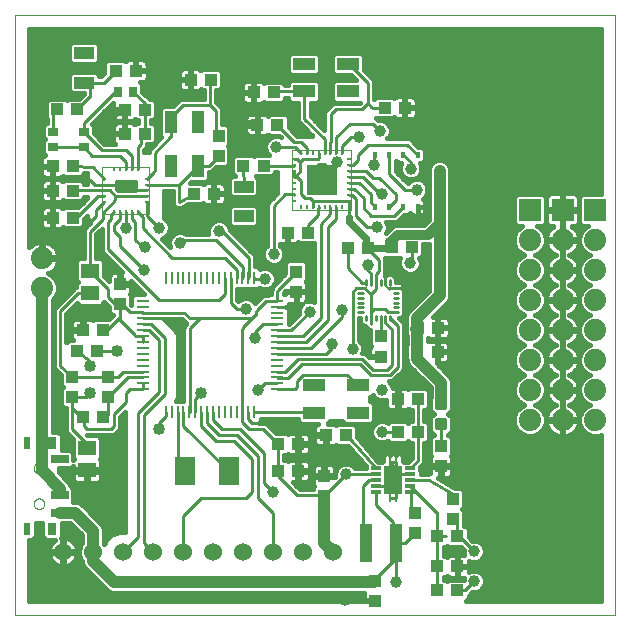
<source format=gtl>
G75*
%MOIN*%
%OFA0B0*%
%FSLAX25Y25*%
%IPPOS*%
%LPD*%
%AMOC8*
5,1,8,0,0,1.08239X$1,22.5*
%
%ADD10C,0.00000*%
%ADD11R,0.03937X0.04331*%
%ADD12R,0.04331X0.03937*%
%ADD13R,0.07400X0.07400*%
%ADD14C,0.07400*%
%ADD15R,0.04488X0.12992*%
%ADD16R,0.05906X0.05118*%
%ADD17C,0.01181*%
%ADD18R,0.04331X0.01122*%
%ADD19R,0.01122X0.04331*%
%ADD20R,0.03346X0.01169*%
%ADD21R,0.06496X0.09449*%
%ADD22R,0.01102X0.02756*%
%ADD23R,0.06693X0.09449*%
%ADD24R,0.07480X0.04331*%
%ADD25C,0.06000*%
%ADD26R,0.06693X0.03937*%
%ADD27R,0.02756X0.03543*%
%ADD28R,0.03543X0.02756*%
%ADD29R,0.04331X0.07480*%
%ADD30R,0.01575X0.02362*%
%ADD31C,0.00906*%
%ADD32R,0.05906X0.02756*%
%ADD33R,0.02362X0.03937*%
%ADD34R,0.03150X0.03937*%
%ADD35C,0.00197*%
%ADD36R,0.01575X0.00984*%
%ADD37R,0.00984X0.01575*%
%ADD38R,0.10000X0.10000*%
%ADD39C,0.01600*%
%ADD40C,0.01000*%
%ADD41C,0.03962*%
%ADD42C,0.04000*%
%ADD43C,0.00700*%
%ADD44C,0.04000*%
%ADD45C,0.02400*%
%ADD46C,0.03200*%
D10*
X0089800Y0071800D02*
X0089800Y0271800D01*
X0289800Y0271800D01*
X0289800Y0071800D01*
X0089800Y0071800D01*
X0096028Y0108894D02*
X0096030Y0108978D01*
X0096036Y0109061D01*
X0096046Y0109144D01*
X0096060Y0109227D01*
X0096077Y0109309D01*
X0096099Y0109390D01*
X0096124Y0109469D01*
X0096153Y0109548D01*
X0096186Y0109625D01*
X0096222Y0109700D01*
X0096262Y0109774D01*
X0096305Y0109846D01*
X0096352Y0109915D01*
X0096402Y0109982D01*
X0096455Y0110047D01*
X0096511Y0110109D01*
X0096569Y0110169D01*
X0096631Y0110226D01*
X0096695Y0110279D01*
X0096762Y0110330D01*
X0096831Y0110377D01*
X0096902Y0110422D01*
X0096975Y0110462D01*
X0097050Y0110499D01*
X0097127Y0110533D01*
X0097205Y0110563D01*
X0097284Y0110589D01*
X0097365Y0110612D01*
X0097447Y0110630D01*
X0097529Y0110645D01*
X0097612Y0110656D01*
X0097695Y0110663D01*
X0097779Y0110666D01*
X0097863Y0110665D01*
X0097946Y0110660D01*
X0098030Y0110651D01*
X0098112Y0110638D01*
X0098194Y0110622D01*
X0098275Y0110601D01*
X0098356Y0110577D01*
X0098434Y0110549D01*
X0098512Y0110517D01*
X0098588Y0110481D01*
X0098662Y0110442D01*
X0098734Y0110400D01*
X0098804Y0110354D01*
X0098872Y0110305D01*
X0098937Y0110253D01*
X0099000Y0110198D01*
X0099060Y0110140D01*
X0099118Y0110079D01*
X0099172Y0110015D01*
X0099224Y0109949D01*
X0099272Y0109881D01*
X0099317Y0109810D01*
X0099358Y0109737D01*
X0099397Y0109663D01*
X0099431Y0109587D01*
X0099462Y0109509D01*
X0099489Y0109430D01*
X0099513Y0109349D01*
X0099532Y0109268D01*
X0099548Y0109186D01*
X0099560Y0109103D01*
X0099568Y0109019D01*
X0099572Y0108936D01*
X0099572Y0108852D01*
X0099568Y0108769D01*
X0099560Y0108685D01*
X0099548Y0108602D01*
X0099532Y0108520D01*
X0099513Y0108439D01*
X0099489Y0108358D01*
X0099462Y0108279D01*
X0099431Y0108201D01*
X0099397Y0108125D01*
X0099358Y0108051D01*
X0099317Y0107978D01*
X0099272Y0107907D01*
X0099224Y0107839D01*
X0099172Y0107773D01*
X0099118Y0107709D01*
X0099060Y0107648D01*
X0099000Y0107590D01*
X0098937Y0107535D01*
X0098872Y0107483D01*
X0098804Y0107434D01*
X0098734Y0107388D01*
X0098662Y0107346D01*
X0098588Y0107307D01*
X0098512Y0107271D01*
X0098434Y0107239D01*
X0098356Y0107211D01*
X0098275Y0107187D01*
X0098194Y0107166D01*
X0098112Y0107150D01*
X0098030Y0107137D01*
X0097946Y0107128D01*
X0097863Y0107123D01*
X0097779Y0107122D01*
X0097695Y0107125D01*
X0097612Y0107132D01*
X0097529Y0107143D01*
X0097447Y0107158D01*
X0097365Y0107176D01*
X0097284Y0107199D01*
X0097205Y0107225D01*
X0097127Y0107255D01*
X0097050Y0107289D01*
X0096975Y0107326D01*
X0096902Y0107366D01*
X0096831Y0107411D01*
X0096762Y0107458D01*
X0096695Y0107509D01*
X0096631Y0107562D01*
X0096569Y0107619D01*
X0096511Y0107679D01*
X0096455Y0107741D01*
X0096402Y0107806D01*
X0096352Y0107873D01*
X0096305Y0107942D01*
X0096262Y0108014D01*
X0096222Y0108088D01*
X0096186Y0108163D01*
X0096153Y0108240D01*
X0096124Y0108319D01*
X0096099Y0108398D01*
X0096077Y0108479D01*
X0096060Y0108561D01*
X0096046Y0108644D01*
X0096036Y0108727D01*
X0096030Y0108810D01*
X0096028Y0108894D01*
X0096028Y0120706D02*
X0096030Y0120790D01*
X0096036Y0120873D01*
X0096046Y0120956D01*
X0096060Y0121039D01*
X0096077Y0121121D01*
X0096099Y0121202D01*
X0096124Y0121281D01*
X0096153Y0121360D01*
X0096186Y0121437D01*
X0096222Y0121512D01*
X0096262Y0121586D01*
X0096305Y0121658D01*
X0096352Y0121727D01*
X0096402Y0121794D01*
X0096455Y0121859D01*
X0096511Y0121921D01*
X0096569Y0121981D01*
X0096631Y0122038D01*
X0096695Y0122091D01*
X0096762Y0122142D01*
X0096831Y0122189D01*
X0096902Y0122234D01*
X0096975Y0122274D01*
X0097050Y0122311D01*
X0097127Y0122345D01*
X0097205Y0122375D01*
X0097284Y0122401D01*
X0097365Y0122424D01*
X0097447Y0122442D01*
X0097529Y0122457D01*
X0097612Y0122468D01*
X0097695Y0122475D01*
X0097779Y0122478D01*
X0097863Y0122477D01*
X0097946Y0122472D01*
X0098030Y0122463D01*
X0098112Y0122450D01*
X0098194Y0122434D01*
X0098275Y0122413D01*
X0098356Y0122389D01*
X0098434Y0122361D01*
X0098512Y0122329D01*
X0098588Y0122293D01*
X0098662Y0122254D01*
X0098734Y0122212D01*
X0098804Y0122166D01*
X0098872Y0122117D01*
X0098937Y0122065D01*
X0099000Y0122010D01*
X0099060Y0121952D01*
X0099118Y0121891D01*
X0099172Y0121827D01*
X0099224Y0121761D01*
X0099272Y0121693D01*
X0099317Y0121622D01*
X0099358Y0121549D01*
X0099397Y0121475D01*
X0099431Y0121399D01*
X0099462Y0121321D01*
X0099489Y0121242D01*
X0099513Y0121161D01*
X0099532Y0121080D01*
X0099548Y0120998D01*
X0099560Y0120915D01*
X0099568Y0120831D01*
X0099572Y0120748D01*
X0099572Y0120664D01*
X0099568Y0120581D01*
X0099560Y0120497D01*
X0099548Y0120414D01*
X0099532Y0120332D01*
X0099513Y0120251D01*
X0099489Y0120170D01*
X0099462Y0120091D01*
X0099431Y0120013D01*
X0099397Y0119937D01*
X0099358Y0119863D01*
X0099317Y0119790D01*
X0099272Y0119719D01*
X0099224Y0119651D01*
X0099172Y0119585D01*
X0099118Y0119521D01*
X0099060Y0119460D01*
X0099000Y0119402D01*
X0098937Y0119347D01*
X0098872Y0119295D01*
X0098804Y0119246D01*
X0098734Y0119200D01*
X0098662Y0119158D01*
X0098588Y0119119D01*
X0098512Y0119083D01*
X0098434Y0119051D01*
X0098356Y0119023D01*
X0098275Y0118999D01*
X0098194Y0118978D01*
X0098112Y0118962D01*
X0098030Y0118949D01*
X0097946Y0118940D01*
X0097863Y0118935D01*
X0097779Y0118934D01*
X0097695Y0118937D01*
X0097612Y0118944D01*
X0097529Y0118955D01*
X0097447Y0118970D01*
X0097365Y0118988D01*
X0097284Y0119011D01*
X0097205Y0119037D01*
X0097127Y0119067D01*
X0097050Y0119101D01*
X0096975Y0119138D01*
X0096902Y0119178D01*
X0096831Y0119223D01*
X0096762Y0119270D01*
X0096695Y0119321D01*
X0096631Y0119374D01*
X0096569Y0119431D01*
X0096511Y0119491D01*
X0096455Y0119553D01*
X0096402Y0119618D01*
X0096352Y0119685D01*
X0096305Y0119754D01*
X0096262Y0119826D01*
X0096222Y0119900D01*
X0096186Y0119975D01*
X0096153Y0120052D01*
X0096124Y0120131D01*
X0096099Y0120210D01*
X0096077Y0120291D01*
X0096060Y0120373D01*
X0096046Y0120456D01*
X0096036Y0120539D01*
X0096030Y0120622D01*
X0096028Y0120706D01*
D11*
X0108800Y0144454D03*
X0108800Y0151146D03*
X0120800Y0151146D03*
X0120800Y0144454D03*
X0124800Y0175454D03*
X0124800Y0182146D03*
X0157700Y0224854D03*
X0157700Y0231546D03*
X0183500Y0186246D03*
X0183500Y0179554D03*
X0211700Y0164646D03*
X0211700Y0157954D03*
X0231800Y0128146D03*
X0231800Y0121454D03*
X0235900Y0110346D03*
X0235900Y0103654D03*
X0223100Y0105946D03*
X0223100Y0099254D03*
X0209800Y0083146D03*
X0209800Y0076454D03*
X0192800Y0111454D03*
X0192800Y0118146D03*
D12*
X0184146Y0119800D03*
X0177454Y0119800D03*
X0177454Y0128800D03*
X0184146Y0128800D03*
X0193454Y0131800D03*
X0200146Y0131800D03*
X0217454Y0132800D03*
X0224146Y0132800D03*
X0224146Y0143800D03*
X0217454Y0143800D03*
X0223954Y0159500D03*
X0230646Y0159500D03*
X0230746Y0167500D03*
X0224054Y0167500D03*
X0222146Y0194400D03*
X0215454Y0194400D03*
X0207346Y0194200D03*
X0200654Y0194200D03*
X0187446Y0199200D03*
X0180754Y0199200D03*
X0172646Y0221600D03*
X0165954Y0221600D03*
X0156046Y0212200D03*
X0149354Y0212200D03*
X0133046Y0232200D03*
X0126354Y0232200D03*
X0126354Y0240200D03*
X0133046Y0240200D03*
X0130046Y0253200D03*
X0123354Y0253200D03*
X0110446Y0240300D03*
X0103754Y0240300D03*
X0102354Y0221300D03*
X0109046Y0221300D03*
X0109046Y0213200D03*
X0102354Y0213200D03*
X0102354Y0204200D03*
X0109046Y0204200D03*
X0112454Y0166800D03*
X0119146Y0166800D03*
X0117146Y0159800D03*
X0110454Y0159800D03*
X0112454Y0137800D03*
X0119146Y0137800D03*
X0170554Y0235100D03*
X0177246Y0235100D03*
X0176046Y0246000D03*
X0169354Y0246000D03*
X0155046Y0250200D03*
X0148354Y0250200D03*
X0213054Y0240900D03*
X0219746Y0240900D03*
X0230554Y0098000D03*
X0237246Y0098000D03*
X0237246Y0088000D03*
X0230554Y0088000D03*
X0230554Y0080000D03*
X0237246Y0080000D03*
D13*
X0261400Y0206800D03*
X0272300Y0206800D03*
X0283200Y0206800D03*
D14*
X0283200Y0196800D03*
X0283200Y0186800D03*
X0283200Y0176800D03*
X0283200Y0166800D03*
X0283200Y0156800D03*
X0283200Y0146800D03*
X0283200Y0136800D03*
X0272300Y0136800D03*
X0272300Y0146800D03*
X0272300Y0156800D03*
X0272300Y0166800D03*
X0272300Y0176800D03*
X0272300Y0186800D03*
X0272300Y0196800D03*
X0261400Y0196800D03*
X0261400Y0186800D03*
X0261400Y0176800D03*
X0261400Y0166800D03*
X0261400Y0156800D03*
X0261400Y0146800D03*
X0261400Y0136800D03*
X0098800Y0180800D03*
X0098800Y0190800D03*
D15*
X0206800Y0095800D03*
X0216800Y0095800D03*
D16*
X0113800Y0120060D03*
X0113800Y0127540D03*
X0114800Y0179060D03*
X0114800Y0186540D03*
D17*
X0230422Y0143631D02*
X0233178Y0143631D01*
X0233178Y0140875D01*
X0230422Y0140875D01*
X0230422Y0143631D01*
X0230422Y0142055D02*
X0233178Y0142055D01*
X0233178Y0143235D02*
X0230422Y0143235D01*
X0230422Y0136725D02*
X0233178Y0136725D01*
X0233178Y0133969D01*
X0230422Y0133969D01*
X0230422Y0136725D01*
X0230422Y0135149D02*
X0233178Y0135149D01*
X0233178Y0136329D02*
X0230422Y0136329D01*
D18*
X0177241Y0147036D03*
X0177241Y0149005D03*
X0177241Y0150973D03*
X0177241Y0152942D03*
X0177241Y0154910D03*
X0177241Y0156879D03*
X0177241Y0158847D03*
X0177241Y0160816D03*
X0177241Y0162784D03*
X0177241Y0164753D03*
X0177241Y0166721D03*
X0177241Y0168690D03*
X0177241Y0170658D03*
X0177241Y0172627D03*
X0177241Y0174595D03*
X0177241Y0176564D03*
X0132359Y0176564D03*
X0132359Y0174595D03*
X0132359Y0172627D03*
X0132359Y0170658D03*
X0132359Y0168690D03*
X0132359Y0166721D03*
X0132359Y0164753D03*
X0132359Y0162784D03*
X0132359Y0160816D03*
X0132359Y0158847D03*
X0132359Y0156879D03*
X0132359Y0154910D03*
X0132359Y0152942D03*
X0132359Y0150973D03*
X0132359Y0149005D03*
X0132359Y0147036D03*
D19*
X0140036Y0139359D03*
X0142005Y0139359D03*
X0143973Y0139359D03*
X0145942Y0139359D03*
X0147910Y0139359D03*
X0149879Y0139359D03*
X0151847Y0139359D03*
X0153816Y0139359D03*
X0155784Y0139359D03*
X0157753Y0139359D03*
X0159721Y0139359D03*
X0161690Y0139359D03*
X0163658Y0139359D03*
X0165627Y0139359D03*
X0167595Y0139359D03*
X0169564Y0139359D03*
X0169564Y0184241D03*
X0167595Y0184241D03*
X0165627Y0184241D03*
X0163658Y0184241D03*
X0161690Y0184241D03*
X0159721Y0184241D03*
X0157753Y0184241D03*
X0155784Y0184241D03*
X0153816Y0184241D03*
X0151847Y0184241D03*
X0149879Y0184241D03*
X0147910Y0184241D03*
X0145942Y0184241D03*
X0143973Y0184241D03*
X0142005Y0184241D03*
X0140036Y0184241D03*
D20*
X0209993Y0120737D03*
X0209993Y0118769D03*
X0209993Y0116800D03*
X0209993Y0114831D03*
X0209993Y0112863D03*
X0221607Y0112863D03*
X0221607Y0114831D03*
X0221607Y0116800D03*
X0221607Y0118769D03*
X0221607Y0120737D03*
D21*
X0215800Y0116800D03*
D22*
X0214816Y0110894D03*
X0216784Y0110894D03*
X0216784Y0122706D03*
X0214816Y0122706D03*
D23*
X0161083Y0119800D03*
X0146517Y0119800D03*
D24*
X0189517Y0139272D03*
X0189517Y0148328D03*
X0204083Y0148328D03*
X0204083Y0139272D03*
X0200783Y0246372D03*
X0200783Y0255428D03*
X0186217Y0255428D03*
X0186217Y0246372D03*
D25*
X0185800Y0092800D03*
X0175800Y0092800D03*
X0165800Y0092800D03*
X0155800Y0092800D03*
X0145800Y0092800D03*
X0135800Y0092800D03*
X0125800Y0092800D03*
X0115800Y0092800D03*
X0105800Y0092800D03*
X0195800Y0092800D03*
D26*
X0166000Y0204779D03*
X0166000Y0214621D03*
X0112700Y0249279D03*
X0112700Y0259121D03*
D27*
X0124141Y0246200D03*
X0129259Y0246200D03*
D28*
X0112700Y0232759D03*
X0112700Y0227641D03*
X0102500Y0227741D03*
X0102500Y0232859D03*
D29*
X0141772Y0236083D03*
X0150828Y0236083D03*
X0150828Y0221517D03*
X0141772Y0221517D03*
D30*
X0209813Y0225161D03*
X0214538Y0225161D03*
X0219262Y0225161D03*
X0223987Y0225161D03*
X0223987Y0207839D03*
X0219262Y0207839D03*
X0214538Y0207839D03*
X0209813Y0207839D03*
D31*
X0210113Y0183334D02*
X0210113Y0181878D01*
X0211687Y0181878D02*
X0211687Y0183334D01*
X0213262Y0183334D02*
X0213262Y0181878D01*
X0214837Y0181878D02*
X0214837Y0183334D01*
X0216078Y0180637D02*
X0217534Y0180637D01*
X0217534Y0179062D02*
X0216078Y0179062D01*
X0216078Y0177487D02*
X0217534Y0177487D01*
X0217534Y0175913D02*
X0216078Y0175913D01*
X0216078Y0174338D02*
X0217534Y0174338D01*
X0217534Y0172763D02*
X0216078Y0172763D01*
X0214837Y0171522D02*
X0214837Y0170066D01*
X0213262Y0170066D02*
X0213262Y0171522D01*
X0211687Y0171522D02*
X0211687Y0170066D01*
X0210113Y0170066D02*
X0210113Y0171522D01*
X0208538Y0171522D02*
X0208538Y0170066D01*
X0206963Y0170066D02*
X0206963Y0171522D01*
X0205722Y0172763D02*
X0204266Y0172763D01*
X0204266Y0174338D02*
X0205722Y0174338D01*
X0205722Y0175913D02*
X0204266Y0175913D01*
X0204266Y0177487D02*
X0205722Y0177487D01*
X0205722Y0179062D02*
X0204266Y0179062D01*
X0204266Y0180637D02*
X0205722Y0180637D01*
X0206963Y0181878D02*
X0206963Y0183334D01*
X0208538Y0183334D02*
X0208538Y0181878D01*
D32*
X0104690Y0123658D03*
X0104690Y0111847D03*
X0104690Y0105942D03*
D33*
X0093863Y0100430D03*
X0093863Y0129170D03*
D34*
X0102131Y0129170D03*
X0102131Y0100430D03*
D35*
X0118826Y0205426D02*
X0134574Y0205426D01*
X0134574Y0221174D01*
X0118826Y0221174D01*
X0118826Y0205426D01*
X0182157Y0206957D02*
X0182157Y0226643D01*
X0201843Y0226643D01*
X0201843Y0206957D01*
X0182157Y0206957D01*
D36*
X0182945Y0209910D03*
X0182945Y0211879D03*
X0182945Y0213847D03*
X0182945Y0215816D03*
X0182945Y0217784D03*
X0182945Y0219753D03*
X0182945Y0221721D03*
X0182945Y0223690D03*
X0201055Y0223690D03*
X0201055Y0221721D03*
X0201055Y0219753D03*
X0201055Y0217784D03*
X0201055Y0215816D03*
X0201055Y0213847D03*
X0201055Y0211879D03*
X0201055Y0209910D03*
X0133787Y0209363D03*
X0133787Y0211331D03*
X0133787Y0213300D03*
X0133787Y0215269D03*
X0133787Y0217237D03*
X0119613Y0217237D03*
X0119613Y0215269D03*
X0119613Y0213300D03*
X0119613Y0211331D03*
X0119613Y0209363D03*
D37*
X0122763Y0206213D03*
X0124731Y0206213D03*
X0126700Y0206213D03*
X0128669Y0206213D03*
X0130637Y0206213D03*
X0130637Y0220387D03*
X0128669Y0220387D03*
X0126700Y0220387D03*
X0124731Y0220387D03*
X0122763Y0220387D03*
X0185110Y0225855D03*
X0187079Y0225855D03*
X0189047Y0225855D03*
X0191016Y0225855D03*
X0192984Y0225855D03*
X0194953Y0225855D03*
X0196921Y0225855D03*
X0198890Y0225855D03*
X0198890Y0207745D03*
X0196921Y0207745D03*
X0194953Y0207745D03*
X0192984Y0207745D03*
X0191016Y0207745D03*
X0189047Y0207745D03*
X0187079Y0207745D03*
X0185110Y0207745D03*
D38*
X0192000Y0216800D03*
D39*
X0192800Y0217600D02*
X0191200Y0217600D01*
X0191200Y0221700D01*
X0191570Y0221700D01*
X0191614Y0221744D01*
X0192800Y0221744D01*
X0192800Y0217600D01*
X0192800Y0218863D02*
X0191200Y0218863D01*
X0191200Y0220462D02*
X0192800Y0220462D01*
X0188889Y0231541D02*
X0183775Y0231541D01*
X0181012Y0234304D01*
X0181012Y0237731D01*
X0180075Y0238668D01*
X0174418Y0238668D01*
X0174041Y0238292D01*
X0173824Y0238509D01*
X0173414Y0238746D01*
X0172956Y0238868D01*
X0170738Y0238868D01*
X0170738Y0235284D01*
X0170369Y0235284D01*
X0170369Y0234916D01*
X0166588Y0234916D01*
X0166588Y0232895D01*
X0166711Y0232437D01*
X0166948Y0232026D01*
X0167283Y0231691D01*
X0167693Y0231454D01*
X0168151Y0231331D01*
X0170369Y0231331D01*
X0170369Y0234916D01*
X0170738Y0234916D01*
X0170738Y0231331D01*
X0172956Y0231331D01*
X0173414Y0231454D01*
X0173824Y0231691D01*
X0174041Y0231908D01*
X0174418Y0231531D01*
X0177845Y0231531D01*
X0178337Y0231039D01*
X0177512Y0231381D01*
X0176088Y0231381D01*
X0174771Y0230836D01*
X0173764Y0229829D01*
X0173219Y0228512D01*
X0173219Y0227088D01*
X0173764Y0225771D01*
X0174367Y0225168D01*
X0169818Y0225168D01*
X0169300Y0224650D01*
X0168782Y0225168D01*
X0163125Y0225168D01*
X0162188Y0224231D01*
X0162188Y0218969D01*
X0162967Y0218190D01*
X0161991Y0218190D01*
X0161054Y0217252D01*
X0161054Y0211990D01*
X0161991Y0211053D01*
X0170009Y0211053D01*
X0170946Y0211990D01*
X0170946Y0217252D01*
X0170167Y0218031D01*
X0175475Y0218031D01*
X0176412Y0218969D01*
X0176412Y0219500D01*
X0177259Y0219500D01*
X0177259Y0212429D01*
X0175130Y0210300D01*
X0173900Y0209070D01*
X0173900Y0195064D01*
X0172964Y0194129D01*
X0172419Y0192812D01*
X0172419Y0191388D01*
X0172964Y0190071D01*
X0173971Y0189064D01*
X0175288Y0188519D01*
X0176712Y0188519D01*
X0178029Y0189064D01*
X0179036Y0190071D01*
X0179581Y0191388D01*
X0179581Y0192812D01*
X0179036Y0194129D01*
X0178100Y0195064D01*
X0178100Y0195499D01*
X0178351Y0195431D01*
X0180569Y0195431D01*
X0180569Y0199016D01*
X0180938Y0199016D01*
X0180938Y0195431D01*
X0183156Y0195431D01*
X0183614Y0195554D01*
X0184024Y0195791D01*
X0184241Y0196008D01*
X0184618Y0195631D01*
X0189600Y0195631D01*
X0189600Y0176113D01*
X0188712Y0176481D01*
X0187288Y0176481D01*
X0186940Y0176337D01*
X0187146Y0176693D01*
X0187268Y0177151D01*
X0187268Y0179369D01*
X0183684Y0179369D01*
X0183684Y0175588D01*
X0185624Y0175588D01*
X0184964Y0174929D01*
X0184419Y0173612D01*
X0184419Y0172289D01*
X0181006Y0168876D01*
X0181006Y0169914D01*
X0181006Y0173206D01*
X0181084Y0173339D01*
X0181206Y0173797D01*
X0181206Y0174595D01*
X0180262Y0174595D01*
X0180262Y0174595D01*
X0181206Y0174595D01*
X0181206Y0175393D01*
X0181143Y0175629D01*
X0181295Y0175588D01*
X0183316Y0175588D01*
X0183316Y0179369D01*
X0183684Y0179369D01*
X0183684Y0179738D01*
X0187268Y0179738D01*
X0187268Y0181956D01*
X0187146Y0182414D01*
X0186909Y0182824D01*
X0186692Y0183041D01*
X0187068Y0183418D01*
X0187068Y0189075D01*
X0186131Y0190012D01*
X0180869Y0190012D01*
X0179931Y0189075D01*
X0179931Y0185648D01*
X0176664Y0182380D01*
X0176102Y0181819D01*
X0175434Y0181150D01*
X0175434Y0180897D01*
X0175320Y0180622D01*
X0175141Y0180443D01*
X0175141Y0178725D01*
X0174413Y0178725D01*
X0174288Y0178600D01*
X0172630Y0178600D01*
X0171400Y0177370D01*
X0171400Y0177370D01*
X0169843Y0175812D01*
X0169836Y0175829D01*
X0168829Y0176836D01*
X0167512Y0177381D01*
X0166088Y0177381D01*
X0164771Y0176836D01*
X0164253Y0176317D01*
X0163900Y0176670D01*
X0163900Y0180476D01*
X0170788Y0180476D01*
X0171145Y0180833D01*
X0172388Y0180319D01*
X0173812Y0180319D01*
X0175129Y0180864D01*
X0176136Y0181871D01*
X0176681Y0183188D01*
X0176681Y0184612D01*
X0176136Y0185929D01*
X0175129Y0186936D01*
X0173812Y0187481D01*
X0172388Y0187481D01*
X0171628Y0187166D01*
X0170788Y0188006D01*
X0169900Y0188006D01*
X0169900Y0191670D01*
X0161381Y0200189D01*
X0161381Y0200512D01*
X0160836Y0201829D01*
X0159829Y0202836D01*
X0158512Y0203381D01*
X0157088Y0203381D01*
X0155771Y0202836D01*
X0154764Y0201829D01*
X0154219Y0200512D01*
X0154219Y0199088D01*
X0154297Y0198900D01*
X0146674Y0198900D01*
X0145512Y0199381D01*
X0144088Y0199381D01*
X0142771Y0198836D01*
X0141764Y0197829D01*
X0141219Y0196512D01*
X0141219Y0195088D01*
X0141457Y0194513D01*
X0138681Y0197289D01*
X0139829Y0197764D01*
X0140836Y0198771D01*
X0141381Y0200088D01*
X0141381Y0201512D01*
X0140836Y0202829D01*
X0139829Y0203836D01*
X0139307Y0204052D01*
X0139472Y0204452D01*
X0139472Y0213169D01*
X0142480Y0213169D01*
X0142480Y0209699D01*
X0142327Y0209123D01*
X0142480Y0208860D01*
X0142480Y0208556D01*
X0142901Y0208134D01*
X0143201Y0207619D01*
X0143495Y0207541D01*
X0143710Y0207326D01*
X0144306Y0207326D01*
X0144882Y0207173D01*
X0145145Y0207326D01*
X0145449Y0207326D01*
X0145871Y0207748D01*
X0147392Y0208631D01*
X0152182Y0208631D01*
X0152559Y0209008D01*
X0152776Y0208791D01*
X0153186Y0208554D01*
X0153644Y0208431D01*
X0155862Y0208431D01*
X0155862Y0212016D01*
X0156231Y0212016D01*
X0156231Y0212384D01*
X0160012Y0212384D01*
X0160012Y0214405D01*
X0159889Y0214863D01*
X0159652Y0215274D01*
X0159317Y0215609D01*
X0158907Y0215846D01*
X0158449Y0215968D01*
X0156231Y0215968D01*
X0156231Y0212384D01*
X0155862Y0212384D01*
X0155862Y0215968D01*
X0153644Y0215968D01*
X0153186Y0215846D01*
X0152776Y0215609D01*
X0152559Y0215392D01*
X0152182Y0215768D01*
X0148049Y0215768D01*
X0148457Y0216176D01*
X0153656Y0216176D01*
X0154593Y0217114D01*
X0154593Y0219417D01*
X0155233Y0219417D01*
X0156904Y0221088D01*
X0160331Y0221088D01*
X0161268Y0222025D01*
X0161268Y0227682D01*
X0160750Y0228200D01*
X0161268Y0228718D01*
X0161268Y0234375D01*
X0160331Y0235312D01*
X0158900Y0235312D01*
X0158900Y0240670D01*
X0156900Y0242670D01*
X0156900Y0246631D01*
X0157875Y0246631D01*
X0158812Y0247569D01*
X0158812Y0252831D01*
X0157875Y0253768D01*
X0152218Y0253768D01*
X0151841Y0253392D01*
X0151624Y0253609D01*
X0151214Y0253846D01*
X0150756Y0253968D01*
X0148538Y0253968D01*
X0148538Y0250384D01*
X0148169Y0250384D01*
X0148169Y0250016D01*
X0144388Y0250016D01*
X0144388Y0247995D01*
X0144511Y0247537D01*
X0144748Y0247126D01*
X0145083Y0246791D01*
X0145493Y0246554D01*
X0145951Y0246431D01*
X0148169Y0246431D01*
X0148169Y0250016D01*
X0148538Y0250016D01*
X0148538Y0246431D01*
X0150756Y0246431D01*
X0151214Y0246554D01*
X0151624Y0246791D01*
X0151841Y0247008D01*
X0152218Y0246631D01*
X0152700Y0246631D01*
X0152700Y0243900D01*
X0144930Y0243900D01*
X0143700Y0242670D01*
X0142454Y0241424D01*
X0138944Y0241424D01*
X0138007Y0240486D01*
X0138007Y0231681D01*
X0138609Y0231079D01*
X0134300Y0226770D01*
X0134300Y0226072D01*
X0132737Y0226072D01*
X0132737Y0226767D01*
X0133900Y0227930D01*
X0133900Y0228631D01*
X0135875Y0228631D01*
X0136812Y0229569D01*
X0136812Y0234831D01*
X0135875Y0235768D01*
X0135146Y0235768D01*
X0135146Y0236631D01*
X0135875Y0236631D01*
X0136812Y0237569D01*
X0136812Y0242831D01*
X0135875Y0243768D01*
X0134660Y0243768D01*
X0132237Y0246192D01*
X0132237Y0248634D01*
X0131440Y0249431D01*
X0132449Y0249431D01*
X0132907Y0249554D01*
X0133317Y0249791D01*
X0133652Y0250126D01*
X0133889Y0250537D01*
X0134012Y0250995D01*
X0134012Y0253016D01*
X0130231Y0253016D01*
X0130231Y0253384D01*
X0134012Y0253384D01*
X0134012Y0255405D01*
X0133889Y0255863D01*
X0133652Y0256274D01*
X0133317Y0256609D01*
X0132907Y0256846D01*
X0132449Y0256968D01*
X0130231Y0256968D01*
X0130231Y0253384D01*
X0129862Y0253384D01*
X0129862Y0256968D01*
X0127644Y0256968D01*
X0127186Y0256846D01*
X0126776Y0256609D01*
X0126559Y0256392D01*
X0126182Y0256768D01*
X0120525Y0256768D01*
X0119588Y0255831D01*
X0119588Y0252404D01*
X0118562Y0251379D01*
X0117646Y0251379D01*
X0117646Y0251910D01*
X0116709Y0252847D01*
X0108691Y0252847D01*
X0107754Y0251910D01*
X0107754Y0246647D01*
X0108691Y0245710D01*
X0112700Y0245710D01*
X0112700Y0245523D01*
X0112569Y0245392D01*
X0112407Y0245230D01*
X0111045Y0243868D01*
X0107618Y0243868D01*
X0107100Y0243350D01*
X0106582Y0243868D01*
X0100925Y0243868D01*
X0099988Y0242931D01*
X0099988Y0237669D01*
X0100400Y0237257D01*
X0100400Y0235837D01*
X0100066Y0235837D01*
X0099128Y0234900D01*
X0099128Y0230818D01*
X0099647Y0230300D01*
X0099128Y0229782D01*
X0099128Y0225700D01*
X0099800Y0225028D01*
X0099493Y0224946D01*
X0099083Y0224709D01*
X0098748Y0224374D01*
X0098511Y0223963D01*
X0098388Y0223505D01*
X0098388Y0221484D01*
X0102169Y0221484D01*
X0102169Y0221116D01*
X0098388Y0221116D01*
X0098388Y0219095D01*
X0098511Y0218637D01*
X0098748Y0218226D01*
X0099083Y0217891D01*
X0099493Y0217654D01*
X0099951Y0217531D01*
X0102169Y0217531D01*
X0102169Y0221116D01*
X0102538Y0221116D01*
X0102538Y0217531D01*
X0104756Y0217531D01*
X0105214Y0217654D01*
X0105624Y0217891D01*
X0105841Y0218108D01*
X0106218Y0217731D01*
X0111875Y0217731D01*
X0112812Y0218669D01*
X0112812Y0219143D01*
X0113928Y0219126D01*
X0113928Y0215400D01*
X0112812Y0215400D01*
X0112812Y0215831D01*
X0111875Y0216768D01*
X0106218Y0216768D01*
X0105841Y0216392D01*
X0105624Y0216609D01*
X0105214Y0216846D01*
X0104756Y0216968D01*
X0102538Y0216968D01*
X0102538Y0213384D01*
X0102169Y0213384D01*
X0102169Y0213016D01*
X0098388Y0213016D01*
X0098388Y0210995D01*
X0098511Y0210537D01*
X0098748Y0210126D01*
X0099083Y0209791D01*
X0099493Y0209554D01*
X0099951Y0209431D01*
X0102169Y0209431D01*
X0102169Y0213016D01*
X0102538Y0213016D01*
X0102538Y0209431D01*
X0104756Y0209431D01*
X0105214Y0209554D01*
X0105624Y0209791D01*
X0105841Y0210008D01*
X0106218Y0209631D01*
X0111875Y0209631D01*
X0112812Y0210569D01*
X0112812Y0211200D01*
X0113928Y0211200D01*
X0113928Y0210897D01*
X0110799Y0207768D01*
X0106218Y0207768D01*
X0105841Y0207392D01*
X0105624Y0207609D01*
X0105214Y0207846D01*
X0104756Y0207968D01*
X0102538Y0207968D01*
X0102538Y0204384D01*
X0102169Y0204384D01*
X0102169Y0204016D01*
X0098388Y0204016D01*
X0098388Y0201995D01*
X0098511Y0201537D01*
X0098748Y0201126D01*
X0099083Y0200791D01*
X0099493Y0200554D01*
X0099951Y0200431D01*
X0102169Y0200431D01*
X0102169Y0204016D01*
X0102538Y0204016D01*
X0102538Y0200431D01*
X0104756Y0200431D01*
X0105214Y0200554D01*
X0105624Y0200791D01*
X0105841Y0201008D01*
X0106218Y0200631D01*
X0111875Y0200631D01*
X0112812Y0201569D01*
X0112812Y0203842D01*
X0113928Y0204958D01*
X0113928Y0204452D01*
X0114673Y0202651D01*
X0114777Y0202547D01*
X0113930Y0201700D01*
X0112700Y0200470D01*
X0112700Y0190699D01*
X0111184Y0190699D01*
X0110247Y0189762D01*
X0110247Y0183318D01*
X0110766Y0182800D01*
X0110247Y0182282D01*
X0110247Y0181160D01*
X0109930Y0181160D01*
X0108700Y0179930D01*
X0102700Y0173930D01*
X0102700Y0155615D01*
X0102663Y0155574D01*
X0102700Y0154752D01*
X0102700Y0153930D01*
X0102739Y0153891D01*
X0102741Y0153836D01*
X0103349Y0153282D01*
X0103930Y0152700D01*
X0103985Y0152700D01*
X0105231Y0151562D01*
X0105231Y0148318D01*
X0105750Y0147800D01*
X0105231Y0147282D01*
X0105231Y0141625D01*
X0106169Y0140688D01*
X0106700Y0140688D01*
X0106700Y0132930D01*
X0107930Y0131700D01*
X0109247Y0130383D01*
X0109247Y0124318D01*
X0109624Y0123941D01*
X0109407Y0123724D01*
X0109243Y0123439D01*
X0109243Y0125699D01*
X0108305Y0126636D01*
X0105305Y0126636D01*
X0105305Y0131801D01*
X0104368Y0132739D01*
X0102400Y0132739D01*
X0102400Y0176905D01*
X0103293Y0177798D01*
X0104100Y0179746D01*
X0104100Y0181854D01*
X0103293Y0183802D01*
X0101802Y0185293D01*
X0100856Y0185685D01*
X0100911Y0185703D01*
X0101683Y0186096D01*
X0102383Y0186605D01*
X0102995Y0187217D01*
X0103504Y0187917D01*
X0103897Y0188689D01*
X0104165Y0189512D01*
X0104300Y0190367D01*
X0104300Y0190600D01*
X0099000Y0190600D01*
X0099000Y0191000D01*
X0098600Y0191000D01*
X0098600Y0196300D01*
X0098367Y0196300D01*
X0097512Y0196165D01*
X0096689Y0195897D01*
X0095917Y0195504D01*
X0095217Y0194995D01*
X0094605Y0194383D01*
X0094600Y0194376D01*
X0094600Y0267000D01*
X0285000Y0267000D01*
X0285000Y0212100D01*
X0278837Y0212100D01*
X0277900Y0211163D01*
X0277900Y0202437D01*
X0278837Y0201500D01*
X0280697Y0201500D01*
X0280198Y0201293D01*
X0278707Y0199802D01*
X0277900Y0197854D01*
X0277900Y0195746D01*
X0278707Y0193798D01*
X0280198Y0192307D01*
X0281422Y0191800D01*
X0280198Y0191293D01*
X0278707Y0189802D01*
X0277900Y0187854D01*
X0277900Y0185746D01*
X0278707Y0183798D01*
X0280198Y0182307D01*
X0281422Y0181800D01*
X0280198Y0181293D01*
X0278707Y0179802D01*
X0277900Y0177854D01*
X0277900Y0175746D01*
X0278707Y0173798D01*
X0280198Y0172307D01*
X0281422Y0171800D01*
X0280198Y0171293D01*
X0278707Y0169802D01*
X0277900Y0167854D01*
X0277900Y0165746D01*
X0278707Y0163798D01*
X0280198Y0162307D01*
X0281422Y0161800D01*
X0280198Y0161293D01*
X0278707Y0159802D01*
X0277900Y0157854D01*
X0277900Y0155746D01*
X0278707Y0153798D01*
X0280198Y0152307D01*
X0281422Y0151800D01*
X0280198Y0151293D01*
X0278707Y0149802D01*
X0277900Y0147854D01*
X0277900Y0145746D01*
X0278707Y0143798D01*
X0280198Y0142307D01*
X0281422Y0141800D01*
X0280198Y0141293D01*
X0278707Y0139802D01*
X0277900Y0137854D01*
X0277900Y0135746D01*
X0278707Y0133798D01*
X0280198Y0132307D01*
X0282146Y0131500D01*
X0284254Y0131500D01*
X0285000Y0131809D01*
X0285000Y0076600D01*
X0240243Y0076600D01*
X0241012Y0077369D01*
X0241012Y0078142D01*
X0242289Y0079419D01*
X0243612Y0079419D01*
X0244929Y0079964D01*
X0245936Y0080971D01*
X0246481Y0082288D01*
X0246481Y0083712D01*
X0245936Y0085029D01*
X0244929Y0086036D01*
X0243612Y0086581D01*
X0242188Y0086581D01*
X0241212Y0086177D01*
X0241212Y0087816D01*
X0237431Y0087816D01*
X0237431Y0088184D01*
X0241212Y0088184D01*
X0241212Y0089823D01*
X0242188Y0089419D01*
X0243612Y0089419D01*
X0244929Y0089964D01*
X0245936Y0090971D01*
X0246481Y0092288D01*
X0246481Y0093712D01*
X0245936Y0095029D01*
X0244929Y0096036D01*
X0243612Y0096581D01*
X0242289Y0096581D01*
X0241012Y0097858D01*
X0241012Y0100631D01*
X0240075Y0101568D01*
X0239468Y0101568D01*
X0239468Y0106482D01*
X0238950Y0107000D01*
X0239468Y0107518D01*
X0239468Y0113175D01*
X0238531Y0114112D01*
X0236456Y0114112D01*
X0230758Y0117488D01*
X0231616Y0117488D01*
X0231616Y0121269D01*
X0231984Y0121269D01*
X0231984Y0117488D01*
X0234005Y0117488D01*
X0234463Y0117611D01*
X0234874Y0117848D01*
X0235209Y0118183D01*
X0235446Y0118593D01*
X0235568Y0119051D01*
X0235568Y0121269D01*
X0231984Y0121269D01*
X0231984Y0121638D01*
X0235568Y0121638D01*
X0235568Y0123856D01*
X0235446Y0124314D01*
X0235209Y0124724D01*
X0234992Y0124941D01*
X0235368Y0125318D01*
X0235368Y0130975D01*
X0234431Y0131912D01*
X0234218Y0131912D01*
X0235368Y0133062D01*
X0235368Y0137633D01*
X0234201Y0138800D01*
X0235368Y0139967D01*
X0235368Y0141393D01*
X0235500Y0141710D01*
X0235500Y0149916D01*
X0234952Y0151239D01*
X0230460Y0155731D01*
X0230462Y0155731D01*
X0230462Y0159316D01*
X0230831Y0159316D01*
X0230831Y0159684D01*
X0234612Y0159684D01*
X0234612Y0161705D01*
X0234489Y0162163D01*
X0234252Y0162574D01*
X0233917Y0162909D01*
X0233507Y0163146D01*
X0233049Y0163268D01*
X0230831Y0163268D01*
X0230831Y0159684D01*
X0230462Y0159684D01*
X0230462Y0163268D01*
X0228244Y0163268D01*
X0227786Y0163146D01*
X0227554Y0163011D01*
X0227554Y0164046D01*
X0227886Y0163854D01*
X0228344Y0163731D01*
X0230562Y0163731D01*
X0230562Y0167316D01*
X0230931Y0167316D01*
X0230931Y0167684D01*
X0234712Y0167684D01*
X0234712Y0169705D01*
X0234589Y0170163D01*
X0234352Y0170574D01*
X0234017Y0170909D01*
X0233607Y0171146D01*
X0233149Y0171268D01*
X0230931Y0171268D01*
X0230931Y0167684D01*
X0230562Y0167684D01*
X0230562Y0171268D01*
X0229260Y0171268D01*
X0234352Y0176361D01*
X0234900Y0177684D01*
X0234900Y0220416D01*
X0234352Y0221739D01*
X0233339Y0222752D01*
X0232016Y0223300D01*
X0230584Y0223300D01*
X0229261Y0222752D01*
X0228248Y0221739D01*
X0227700Y0220416D01*
X0227700Y0203425D01*
X0226987Y0202713D01*
X0226487Y0202213D01*
X0226075Y0201800D01*
X0216763Y0201800D01*
X0215587Y0201313D01*
X0214687Y0200413D01*
X0213570Y0199296D01*
X0213981Y0200288D01*
X0213981Y0201712D01*
X0213572Y0202700D01*
X0217093Y0202700D01*
X0219451Y0205057D01*
X0220712Y0205057D01*
X0221557Y0205902D01*
X0221759Y0205552D01*
X0222094Y0205217D01*
X0222504Y0204980D01*
X0222962Y0204857D01*
X0223987Y0204857D01*
X0225011Y0204857D01*
X0225469Y0204980D01*
X0225879Y0205217D01*
X0226214Y0205552D01*
X0226451Y0205963D01*
X0226574Y0206420D01*
X0226574Y0207839D01*
X0226574Y0209257D01*
X0226451Y0209714D01*
X0226214Y0210125D01*
X0225879Y0210460D01*
X0225711Y0210557D01*
X0225729Y0210564D01*
X0226736Y0211571D01*
X0227281Y0212888D01*
X0227281Y0214312D01*
X0226736Y0215629D01*
X0225729Y0216636D01*
X0224412Y0217181D01*
X0222988Y0217181D01*
X0221671Y0216636D01*
X0220736Y0215700D01*
X0220670Y0215700D01*
X0216700Y0219670D01*
X0216700Y0223092D01*
X0216900Y0223292D01*
X0217812Y0222380D01*
X0218561Y0222380D01*
X0218119Y0221312D01*
X0218119Y0219888D01*
X0218664Y0218571D01*
X0219671Y0217564D01*
X0220988Y0217019D01*
X0222412Y0217019D01*
X0223729Y0217564D01*
X0224736Y0218571D01*
X0225281Y0219888D01*
X0225281Y0221312D01*
X0224839Y0222380D01*
X0225437Y0222380D01*
X0226374Y0223318D01*
X0226374Y0227005D01*
X0225437Y0227943D01*
X0224175Y0227943D01*
X0221418Y0230700D01*
X0213964Y0230700D01*
X0214436Y0231171D01*
X0214981Y0232488D01*
X0214981Y0233912D01*
X0214436Y0235229D01*
X0213429Y0236236D01*
X0212112Y0236781D01*
X0210789Y0236781D01*
X0210238Y0237331D01*
X0215882Y0237331D01*
X0216259Y0237708D01*
X0216476Y0237491D01*
X0216886Y0237254D01*
X0217344Y0237131D01*
X0219562Y0237131D01*
X0219562Y0240716D01*
X0219931Y0240716D01*
X0219931Y0241084D01*
X0223712Y0241084D01*
X0223712Y0243105D01*
X0223589Y0243563D01*
X0223352Y0243974D01*
X0223017Y0244309D01*
X0222607Y0244546D01*
X0222149Y0244668D01*
X0219931Y0244668D01*
X0219931Y0241084D01*
X0219562Y0241084D01*
X0219562Y0244668D01*
X0217344Y0244668D01*
X0216886Y0244546D01*
X0216476Y0244309D01*
X0216259Y0244092D01*
X0215882Y0244468D01*
X0210225Y0244468D01*
X0209500Y0243743D01*
X0209500Y0249970D01*
X0206124Y0253346D01*
X0206124Y0258256D01*
X0205186Y0259193D01*
X0196381Y0259193D01*
X0195443Y0258256D01*
X0195443Y0252599D01*
X0196381Y0251662D01*
X0201868Y0251662D01*
X0203392Y0250138D01*
X0196381Y0250138D01*
X0195443Y0249201D01*
X0195443Y0243544D01*
X0196381Y0242607D01*
X0204737Y0242607D01*
X0204730Y0242600D01*
X0195930Y0242600D01*
X0194700Y0241370D01*
X0194700Y0241370D01*
X0194130Y0240800D01*
X0192900Y0239570D01*
X0192900Y0233470D01*
X0188317Y0238053D01*
X0188317Y0242607D01*
X0190619Y0242607D01*
X0191557Y0243544D01*
X0191557Y0249201D01*
X0190619Y0250138D01*
X0181814Y0250138D01*
X0180876Y0249201D01*
X0180876Y0248472D01*
X0179812Y0248472D01*
X0179812Y0248631D01*
X0178875Y0249568D01*
X0173218Y0249568D01*
X0172841Y0249192D01*
X0172624Y0249409D01*
X0172214Y0249646D01*
X0171756Y0249768D01*
X0169538Y0249768D01*
X0169538Y0246184D01*
X0169169Y0246184D01*
X0169169Y0245816D01*
X0165388Y0245816D01*
X0165388Y0243795D01*
X0165511Y0243337D01*
X0165748Y0242926D01*
X0166083Y0242591D01*
X0166493Y0242354D01*
X0166951Y0242231D01*
X0169169Y0242231D01*
X0169169Y0245816D01*
X0169538Y0245816D01*
X0169538Y0242231D01*
X0171756Y0242231D01*
X0172214Y0242354D01*
X0172624Y0242591D01*
X0172841Y0242808D01*
X0173218Y0242431D01*
X0178875Y0242431D01*
X0179812Y0243369D01*
X0179812Y0244272D01*
X0180876Y0244272D01*
X0180876Y0243544D01*
X0181814Y0242607D01*
X0184117Y0242607D01*
X0184117Y0236314D01*
X0185347Y0235083D01*
X0188889Y0231541D01*
X0188779Y0231651D02*
X0183665Y0231651D01*
X0182067Y0233250D02*
X0187180Y0233250D01*
X0185582Y0234848D02*
X0181012Y0234848D01*
X0181012Y0236447D02*
X0184117Y0236447D01*
X0184117Y0238045D02*
X0180698Y0238045D01*
X0184117Y0239644D02*
X0158900Y0239644D01*
X0158900Y0238045D02*
X0166874Y0238045D01*
X0166948Y0238174D02*
X0166711Y0237763D01*
X0166588Y0237305D01*
X0166588Y0235284D01*
X0170369Y0235284D01*
X0170369Y0238868D01*
X0168151Y0238868D01*
X0167693Y0238746D01*
X0167283Y0238509D01*
X0166948Y0238174D01*
X0166588Y0236447D02*
X0158900Y0236447D01*
X0160795Y0234848D02*
X0166588Y0234848D01*
X0166588Y0233250D02*
X0161268Y0233250D01*
X0161268Y0231651D02*
X0167352Y0231651D01*
X0170369Y0231651D02*
X0170738Y0231651D01*
X0170738Y0233250D02*
X0170369Y0233250D01*
X0170369Y0234848D02*
X0170738Y0234848D01*
X0170738Y0236447D02*
X0170369Y0236447D01*
X0170369Y0238045D02*
X0170738Y0238045D01*
X0173755Y0231651D02*
X0174299Y0231651D01*
X0173988Y0230053D02*
X0161268Y0230053D01*
X0161004Y0228454D02*
X0173219Y0228454D01*
X0173315Y0226856D02*
X0161268Y0226856D01*
X0161268Y0225257D02*
X0174278Y0225257D01*
X0176306Y0218863D02*
X0177259Y0218863D01*
X0177259Y0217265D02*
X0170934Y0217265D01*
X0170946Y0215666D02*
X0177259Y0215666D01*
X0177259Y0214068D02*
X0170946Y0214068D01*
X0170946Y0212469D02*
X0177259Y0212469D01*
X0175701Y0210870D02*
X0160012Y0210870D01*
X0160012Y0209995D02*
X0160012Y0212016D01*
X0156231Y0212016D01*
X0156231Y0208431D01*
X0158449Y0208431D01*
X0158907Y0208554D01*
X0159317Y0208791D01*
X0159652Y0209126D01*
X0159889Y0209537D01*
X0160012Y0209995D01*
X0159736Y0209272D02*
X0174102Y0209272D01*
X0173900Y0207673D02*
X0170683Y0207673D01*
X0170946Y0207410D02*
X0170009Y0208347D01*
X0161991Y0208347D01*
X0161054Y0207410D01*
X0161054Y0202147D01*
X0161991Y0201210D01*
X0170009Y0201210D01*
X0170946Y0202147D01*
X0170946Y0207410D01*
X0170946Y0206075D02*
X0173900Y0206075D01*
X0173900Y0204476D02*
X0170946Y0204476D01*
X0170946Y0202878D02*
X0173900Y0202878D01*
X0173900Y0201279D02*
X0170078Y0201279D01*
X0173900Y0199681D02*
X0161889Y0199681D01*
X0161922Y0201279D02*
X0161063Y0201279D01*
X0161054Y0202878D02*
X0159727Y0202878D01*
X0161054Y0204476D02*
X0139472Y0204476D01*
X0139472Y0206075D02*
X0161054Y0206075D01*
X0161317Y0207673D02*
X0145797Y0207673D01*
X0143169Y0207673D02*
X0139472Y0207673D01*
X0139472Y0209272D02*
X0142366Y0209272D01*
X0142480Y0210870D02*
X0139472Y0210870D01*
X0139472Y0212469D02*
X0142480Y0212469D01*
X0140786Y0202878D02*
X0155873Y0202878D01*
X0154537Y0201279D02*
X0141381Y0201279D01*
X0141213Y0199681D02*
X0154219Y0199681D01*
X0155862Y0209272D02*
X0156231Y0209272D01*
X0156231Y0210870D02*
X0155862Y0210870D01*
X0155862Y0212469D02*
X0156231Y0212469D01*
X0156231Y0214068D02*
X0155862Y0214068D01*
X0155862Y0215666D02*
X0156231Y0215666D01*
X0154593Y0217265D02*
X0161066Y0217265D01*
X0161054Y0215666D02*
X0159218Y0215666D01*
X0160012Y0214068D02*
X0161054Y0214068D01*
X0161054Y0212469D02*
X0160012Y0212469D01*
X0162294Y0218863D02*
X0154593Y0218863D01*
X0156278Y0220462D02*
X0162188Y0220462D01*
X0162188Y0222060D02*
X0161268Y0222060D01*
X0161268Y0223659D02*
X0162188Y0223659D01*
X0152875Y0215666D02*
X0152284Y0215666D01*
X0142018Y0198082D02*
X0140147Y0198082D01*
X0139486Y0196484D02*
X0141219Y0196484D01*
X0141303Y0194885D02*
X0141084Y0194885D01*
X0129533Y0182097D02*
X0124984Y0182097D01*
X0124984Y0181962D02*
X0124984Y0182331D01*
X0124616Y0182331D01*
X0124616Y0186112D01*
X0122595Y0186112D01*
X0122137Y0185989D01*
X0121726Y0185752D01*
X0121391Y0185417D01*
X0121154Y0185007D01*
X0121031Y0184549D01*
X0121031Y0183278D01*
X0119353Y0184957D01*
X0119353Y0189762D01*
X0118415Y0190699D01*
X0116900Y0190699D01*
X0116900Y0198730D01*
X0118697Y0200528D01*
X0118700Y0200528D01*
X0118700Y0192930D01*
X0125518Y0186112D01*
X0124984Y0186112D01*
X0124984Y0182331D01*
X0128568Y0182331D01*
X0128568Y0183062D01*
X0132905Y0178725D01*
X0129531Y0178725D01*
X0128594Y0177788D01*
X0128594Y0175176D01*
X0128368Y0175401D01*
X0128368Y0178282D01*
X0127992Y0178659D01*
X0128209Y0178876D01*
X0128446Y0179286D01*
X0128568Y0179744D01*
X0128568Y0181962D01*
X0124984Y0181962D01*
X0124984Y0183696D02*
X0124616Y0183696D01*
X0124616Y0185294D02*
X0124984Y0185294D01*
X0124737Y0186893D02*
X0119353Y0186893D01*
X0119353Y0188491D02*
X0123139Y0188491D01*
X0121540Y0190090D02*
X0119025Y0190090D01*
X0119942Y0191688D02*
X0116900Y0191688D01*
X0116900Y0193287D02*
X0118700Y0193287D01*
X0118700Y0194885D02*
X0116900Y0194885D01*
X0116900Y0196484D02*
X0118700Y0196484D01*
X0118700Y0198082D02*
X0116900Y0198082D01*
X0117851Y0199681D02*
X0118700Y0199681D01*
X0113930Y0201700D02*
X0113930Y0201700D01*
X0113510Y0201279D02*
X0112522Y0201279D01*
X0112700Y0199681D02*
X0094600Y0199681D01*
X0094600Y0201279D02*
X0098659Y0201279D01*
X0098388Y0202878D02*
X0094600Y0202878D01*
X0094600Y0204476D02*
X0098388Y0204476D01*
X0098388Y0204384D02*
X0102169Y0204384D01*
X0102169Y0207968D01*
X0099951Y0207968D01*
X0099493Y0207846D01*
X0099083Y0207609D01*
X0098748Y0207274D01*
X0098511Y0206863D01*
X0098388Y0206405D01*
X0098388Y0204384D01*
X0098388Y0206075D02*
X0094600Y0206075D01*
X0094600Y0207673D02*
X0099195Y0207673D01*
X0102169Y0207673D02*
X0102538Y0207673D01*
X0102538Y0206075D02*
X0102169Y0206075D01*
X0102169Y0204476D02*
X0102538Y0204476D01*
X0102538Y0202878D02*
X0102169Y0202878D01*
X0102169Y0201279D02*
X0102538Y0201279D01*
X0105512Y0207673D02*
X0106123Y0207673D01*
X0102538Y0210870D02*
X0102169Y0210870D01*
X0102169Y0212469D02*
X0102538Y0212469D01*
X0102169Y0213384D02*
X0098388Y0213384D01*
X0098388Y0215405D01*
X0098511Y0215863D01*
X0098748Y0216274D01*
X0099083Y0216609D01*
X0099493Y0216846D01*
X0099951Y0216968D01*
X0102169Y0216968D01*
X0102169Y0213384D01*
X0102169Y0214068D02*
X0102538Y0214068D01*
X0102538Y0215666D02*
X0102169Y0215666D01*
X0102169Y0218863D02*
X0102538Y0218863D01*
X0102538Y0220462D02*
X0102169Y0220462D01*
X0098388Y0220462D02*
X0094600Y0220462D01*
X0094600Y0222060D02*
X0098388Y0222060D01*
X0098429Y0223659D02*
X0094600Y0223659D01*
X0094600Y0225257D02*
X0099572Y0225257D01*
X0099128Y0226856D02*
X0094600Y0226856D01*
X0094600Y0228454D02*
X0099128Y0228454D01*
X0099399Y0230053D02*
X0094600Y0230053D01*
X0094600Y0231651D02*
X0099128Y0231651D01*
X0099128Y0233250D02*
X0094600Y0233250D01*
X0094600Y0234848D02*
X0099128Y0234848D01*
X0100400Y0236447D02*
X0094600Y0236447D01*
X0094600Y0238045D02*
X0099988Y0238045D01*
X0099988Y0239644D02*
X0094600Y0239644D01*
X0094600Y0241242D02*
X0099988Y0241242D01*
X0099988Y0242841D02*
X0094600Y0242841D01*
X0094600Y0244439D02*
X0111616Y0244439D01*
X0108363Y0246038D02*
X0094600Y0246038D01*
X0094600Y0247636D02*
X0107754Y0247636D01*
X0107754Y0249235D02*
X0094600Y0249235D01*
X0094600Y0250833D02*
X0107754Y0250833D01*
X0108275Y0252432D02*
X0094600Y0252432D01*
X0094600Y0254030D02*
X0119588Y0254030D01*
X0119588Y0252432D02*
X0117125Y0252432D01*
X0116709Y0255553D02*
X0117646Y0256490D01*
X0117646Y0261752D01*
X0116709Y0262690D01*
X0108691Y0262690D01*
X0107754Y0261752D01*
X0107754Y0256490D01*
X0108691Y0255553D01*
X0116709Y0255553D01*
X0116785Y0255629D02*
X0119588Y0255629D01*
X0117646Y0257227D02*
X0180876Y0257227D01*
X0180876Y0258256D02*
X0181814Y0259193D01*
X0190619Y0259193D01*
X0191557Y0258256D01*
X0191557Y0252599D01*
X0190619Y0251662D01*
X0181814Y0251662D01*
X0180876Y0252599D01*
X0180876Y0258256D01*
X0181447Y0258826D02*
X0117646Y0258826D01*
X0117646Y0260424D02*
X0285000Y0260424D01*
X0285000Y0258826D02*
X0205553Y0258826D01*
X0206124Y0257227D02*
X0285000Y0257227D01*
X0285000Y0255629D02*
X0206124Y0255629D01*
X0206124Y0254030D02*
X0285000Y0254030D01*
X0285000Y0252432D02*
X0207038Y0252432D01*
X0208637Y0250833D02*
X0285000Y0250833D01*
X0285000Y0249235D02*
X0209500Y0249235D01*
X0209500Y0247636D02*
X0285000Y0247636D01*
X0285000Y0246038D02*
X0209500Y0246038D01*
X0209500Y0244439D02*
X0210196Y0244439D01*
X0215911Y0244439D02*
X0216702Y0244439D01*
X0219562Y0244439D02*
X0219931Y0244439D01*
X0219931Y0242841D02*
X0219562Y0242841D01*
X0219562Y0241242D02*
X0219931Y0241242D01*
X0219931Y0240716D02*
X0223712Y0240716D01*
X0223712Y0238695D01*
X0223589Y0238237D01*
X0223352Y0237826D01*
X0223017Y0237491D01*
X0222607Y0237254D01*
X0222149Y0237131D01*
X0219931Y0237131D01*
X0219931Y0240716D01*
X0219931Y0239644D02*
X0219562Y0239644D01*
X0219562Y0238045D02*
X0219931Y0238045D01*
X0223479Y0238045D02*
X0285000Y0238045D01*
X0285000Y0236447D02*
X0212920Y0236447D01*
X0214593Y0234848D02*
X0285000Y0234848D01*
X0285000Y0233250D02*
X0214981Y0233250D01*
X0214635Y0231651D02*
X0285000Y0231651D01*
X0285000Y0230053D02*
X0222065Y0230053D01*
X0223664Y0228454D02*
X0285000Y0228454D01*
X0285000Y0226856D02*
X0226374Y0226856D01*
X0226374Y0225257D02*
X0285000Y0225257D01*
X0285000Y0223659D02*
X0226374Y0223659D01*
X0224971Y0222060D02*
X0228569Y0222060D01*
X0227719Y0220462D02*
X0225281Y0220462D01*
X0224857Y0218863D02*
X0227700Y0218863D01*
X0227700Y0217265D02*
X0223005Y0217265D01*
X0220395Y0217265D02*
X0219105Y0217265D01*
X0218543Y0218863D02*
X0217507Y0218863D01*
X0218119Y0220462D02*
X0216700Y0220462D01*
X0216700Y0222060D02*
X0218429Y0222060D01*
X0226698Y0215666D02*
X0227700Y0215666D01*
X0227700Y0214068D02*
X0227281Y0214068D01*
X0227108Y0212469D02*
X0227700Y0212469D01*
X0227700Y0210870D02*
X0226035Y0210870D01*
X0226570Y0209272D02*
X0227700Y0209272D01*
X0227700Y0207673D02*
X0226574Y0207673D01*
X0226574Y0207839D02*
X0223987Y0207839D01*
X0226574Y0207839D01*
X0226481Y0206075D02*
X0227700Y0206075D01*
X0227700Y0204476D02*
X0218870Y0204476D01*
X0217271Y0202878D02*
X0227152Y0202878D01*
X0223987Y0204857D02*
X0223987Y0207838D01*
X0223987Y0207838D01*
X0223987Y0207839D02*
X0223987Y0207839D01*
X0223987Y0207838D02*
X0223987Y0204857D01*
X0223987Y0206075D02*
X0223987Y0206075D01*
X0223987Y0207673D02*
X0223987Y0207673D01*
X0234900Y0207673D02*
X0256100Y0207673D01*
X0256100Y0206075D02*
X0234900Y0206075D01*
X0234900Y0204476D02*
X0256100Y0204476D01*
X0256100Y0202878D02*
X0234900Y0202878D01*
X0234900Y0201279D02*
X0258384Y0201279D01*
X0258398Y0201293D02*
X0256907Y0199802D01*
X0256100Y0197854D01*
X0256100Y0195746D01*
X0256907Y0193798D01*
X0258398Y0192307D01*
X0259622Y0191800D01*
X0258398Y0191293D01*
X0256907Y0189802D01*
X0256100Y0187854D01*
X0256100Y0185746D01*
X0256907Y0183798D01*
X0258398Y0182307D01*
X0259622Y0181800D01*
X0258398Y0181293D01*
X0256907Y0179802D01*
X0256100Y0177854D01*
X0256100Y0175746D01*
X0256907Y0173798D01*
X0258398Y0172307D01*
X0259622Y0171800D01*
X0258398Y0171293D01*
X0256907Y0169802D01*
X0256100Y0167854D01*
X0256100Y0165746D01*
X0256907Y0163798D01*
X0258398Y0162307D01*
X0259622Y0161800D01*
X0258398Y0161293D01*
X0256907Y0159802D01*
X0256100Y0157854D01*
X0256100Y0155746D01*
X0256907Y0153798D01*
X0258398Y0152307D01*
X0259622Y0151800D01*
X0258398Y0151293D01*
X0256907Y0149802D01*
X0256100Y0147854D01*
X0256100Y0145746D01*
X0256907Y0143798D01*
X0258398Y0142307D01*
X0259622Y0141800D01*
X0258398Y0141293D01*
X0256907Y0139802D01*
X0256100Y0137854D01*
X0256100Y0135746D01*
X0256907Y0133798D01*
X0258398Y0132307D01*
X0260346Y0131500D01*
X0262454Y0131500D01*
X0264402Y0132307D01*
X0265893Y0133798D01*
X0266700Y0135746D01*
X0266700Y0137854D01*
X0265893Y0139802D01*
X0264402Y0141293D01*
X0263178Y0141800D01*
X0264402Y0142307D01*
X0265893Y0143798D01*
X0266700Y0145746D01*
X0266700Y0147854D01*
X0265893Y0149802D01*
X0264402Y0151293D01*
X0263178Y0151800D01*
X0264402Y0152307D01*
X0265893Y0153798D01*
X0266700Y0155746D01*
X0266700Y0157854D01*
X0265893Y0159802D01*
X0264402Y0161293D01*
X0263178Y0161800D01*
X0264402Y0162307D01*
X0265893Y0163798D01*
X0266700Y0165746D01*
X0266700Y0167854D01*
X0265893Y0169802D01*
X0264402Y0171293D01*
X0263178Y0171800D01*
X0264402Y0172307D01*
X0265893Y0173798D01*
X0266700Y0175746D01*
X0266700Y0177854D01*
X0265893Y0179802D01*
X0264402Y0181293D01*
X0263178Y0181800D01*
X0264402Y0182307D01*
X0265893Y0183798D01*
X0266700Y0185746D01*
X0266700Y0187854D01*
X0265893Y0189802D01*
X0264402Y0191293D01*
X0263178Y0191800D01*
X0264402Y0192307D01*
X0265893Y0193798D01*
X0266700Y0195746D01*
X0266700Y0197854D01*
X0265893Y0199802D01*
X0264402Y0201293D01*
X0263903Y0201500D01*
X0265763Y0201500D01*
X0266700Y0202437D01*
X0266700Y0211163D01*
X0265763Y0212100D01*
X0257037Y0212100D01*
X0256100Y0211163D01*
X0256100Y0202437D01*
X0257037Y0201500D01*
X0258897Y0201500D01*
X0258398Y0201293D01*
X0256857Y0199681D02*
X0234900Y0199681D01*
X0234900Y0198082D02*
X0256195Y0198082D01*
X0256100Y0196484D02*
X0234900Y0196484D01*
X0234900Y0194885D02*
X0256456Y0194885D01*
X0257418Y0193287D02*
X0234900Y0193287D01*
X0234900Y0191688D02*
X0259352Y0191688D01*
X0257195Y0190090D02*
X0234900Y0190090D01*
X0234900Y0188491D02*
X0256364Y0188491D01*
X0256100Y0186893D02*
X0234900Y0186893D01*
X0234900Y0185294D02*
X0256287Y0185294D01*
X0257009Y0183696D02*
X0234900Y0183696D01*
X0234900Y0182097D02*
X0258904Y0182097D01*
X0257603Y0180499D02*
X0234900Y0180499D01*
X0234900Y0178900D02*
X0256533Y0178900D01*
X0256100Y0177302D02*
X0234742Y0177302D01*
X0233694Y0175703D02*
X0256118Y0175703D01*
X0256780Y0174105D02*
X0232096Y0174105D01*
X0230497Y0172506D02*
X0258198Y0172506D01*
X0258012Y0170908D02*
X0234018Y0170908D01*
X0234712Y0169309D02*
X0256703Y0169309D01*
X0256100Y0167711D02*
X0234712Y0167711D01*
X0234712Y0167316D02*
X0230931Y0167316D01*
X0230931Y0163731D01*
X0233149Y0163731D01*
X0233607Y0163854D01*
X0234017Y0164091D01*
X0234352Y0164426D01*
X0234589Y0164837D01*
X0234712Y0165295D01*
X0234712Y0167316D01*
X0234712Y0166112D02*
X0256100Y0166112D01*
X0256610Y0164514D02*
X0234403Y0164514D01*
X0233906Y0162915D02*
X0257790Y0162915D01*
X0258455Y0161317D02*
X0234612Y0161317D01*
X0234612Y0159718D02*
X0256872Y0159718D01*
X0256210Y0158120D02*
X0234612Y0158120D01*
X0234612Y0157295D02*
X0234612Y0159316D01*
X0230831Y0159316D01*
X0230831Y0155731D01*
X0233049Y0155731D01*
X0233507Y0155854D01*
X0233917Y0156091D01*
X0234252Y0156426D01*
X0234489Y0156837D01*
X0234612Y0157295D01*
X0234307Y0156521D02*
X0256100Y0156521D01*
X0256441Y0154923D02*
X0231269Y0154923D01*
X0230831Y0156521D02*
X0230462Y0156521D01*
X0230462Y0158120D02*
X0230831Y0158120D01*
X0230831Y0159718D02*
X0230462Y0159718D01*
X0230462Y0161317D02*
X0230831Y0161317D01*
X0230831Y0162915D02*
X0230462Y0162915D01*
X0230562Y0164514D02*
X0230931Y0164514D01*
X0230931Y0166112D02*
X0230562Y0166112D01*
X0230562Y0167711D02*
X0230931Y0167711D01*
X0230931Y0169309D02*
X0230562Y0169309D01*
X0230562Y0170908D02*
X0230931Y0170908D01*
X0225111Y0177302D02*
X0219587Y0177302D01*
X0219587Y0178900D02*
X0226709Y0178900D01*
X0227700Y0179891D02*
X0220648Y0172839D01*
X0220100Y0171516D01*
X0220100Y0168157D01*
X0220000Y0167916D01*
X0220000Y0166484D01*
X0220288Y0165788D01*
X0220288Y0164869D01*
X0220354Y0164803D01*
X0220354Y0162297D01*
X0220188Y0162131D01*
X0220188Y0156869D01*
X0220354Y0156703D01*
X0220354Y0156430D01*
X0220902Y0155107D01*
X0221914Y0154095D01*
X0228300Y0147709D01*
X0228300Y0144607D01*
X0228231Y0144538D01*
X0228231Y0143045D01*
X0228200Y0142969D01*
X0228200Y0141537D01*
X0228231Y0141461D01*
X0228231Y0139967D01*
X0229399Y0138800D01*
X0228231Y0137633D01*
X0228231Y0133062D01*
X0229382Y0131912D01*
X0229169Y0131912D01*
X0228231Y0130975D01*
X0228231Y0125318D01*
X0228608Y0124941D01*
X0228391Y0124724D01*
X0228154Y0124314D01*
X0228031Y0123856D01*
X0228031Y0121638D01*
X0231616Y0121638D01*
X0231616Y0121269D01*
X0228031Y0121269D01*
X0228031Y0119051D01*
X0228038Y0119028D01*
X0227536Y0118900D01*
X0225080Y0118900D01*
X0225080Y0119590D01*
X0224958Y0120048D01*
X0224880Y0120181D01*
X0224880Y0121040D01*
X0226246Y0122407D01*
X0226246Y0129231D01*
X0226975Y0129231D01*
X0227912Y0130169D01*
X0227912Y0135431D01*
X0226975Y0136368D01*
X0226246Y0136368D01*
X0226246Y0140231D01*
X0226975Y0140231D01*
X0227912Y0141169D01*
X0227912Y0146431D01*
X0226975Y0147368D01*
X0221318Y0147368D01*
X0220941Y0146992D01*
X0220724Y0147209D01*
X0220314Y0147446D01*
X0219856Y0147568D01*
X0217638Y0147568D01*
X0217638Y0143984D01*
X0217269Y0143984D01*
X0217269Y0147568D01*
X0215781Y0147568D01*
X0215781Y0147612D01*
X0215236Y0148929D01*
X0214464Y0149700D01*
X0215570Y0149700D01*
X0218370Y0152500D01*
X0219600Y0153730D01*
X0219600Y0169001D01*
X0217891Y0170710D01*
X0218384Y0170710D01*
X0219587Y0171913D01*
X0219587Y0179687D01*
X0219633Y0179767D01*
X0219787Y0180340D01*
X0219787Y0180637D01*
X0219787Y0180934D01*
X0219633Y0181507D01*
X0219337Y0182020D01*
X0218917Y0182440D01*
X0218403Y0182736D01*
X0217830Y0182890D01*
X0216890Y0182890D01*
X0216890Y0184184D01*
X0215687Y0185387D01*
X0214212Y0185387D01*
X0214132Y0185433D01*
X0213559Y0185587D01*
X0213262Y0185587D01*
X0213156Y0185587D01*
X0213200Y0185630D01*
X0213200Y0190831D01*
X0218200Y0190831D01*
X0217819Y0189912D01*
X0217819Y0188488D01*
X0218364Y0187171D01*
X0219371Y0186164D01*
X0220688Y0185619D01*
X0222112Y0185619D01*
X0223429Y0186164D01*
X0224436Y0187171D01*
X0224981Y0188488D01*
X0224981Y0189912D01*
X0224600Y0190831D01*
X0224975Y0190831D01*
X0225912Y0191769D01*
X0225912Y0195400D01*
X0227700Y0195400D01*
X0227700Y0179891D01*
X0227700Y0180499D02*
X0219787Y0180499D01*
X0219787Y0180637D02*
X0218862Y0180637D01*
X0219787Y0180637D01*
X0218862Y0180637D02*
X0218862Y0180637D01*
X0219259Y0182097D02*
X0227700Y0182097D01*
X0227700Y0183696D02*
X0216890Y0183696D01*
X0215780Y0185294D02*
X0227700Y0185294D01*
X0227700Y0186893D02*
X0224157Y0186893D01*
X0224981Y0188491D02*
X0227700Y0188491D01*
X0227700Y0190090D02*
X0224908Y0190090D01*
X0225831Y0191688D02*
X0227700Y0191688D01*
X0227700Y0193287D02*
X0225912Y0193287D01*
X0225912Y0194885D02*
X0227700Y0194885D01*
X0217892Y0190090D02*
X0213200Y0190090D01*
X0213200Y0188491D02*
X0217819Y0188491D01*
X0218643Y0186893D02*
X0213200Y0186893D01*
X0213262Y0185587D02*
X0213262Y0184662D01*
X0213262Y0184662D01*
X0213262Y0184662D01*
X0213262Y0185587D01*
X0213262Y0185294D02*
X0213262Y0185294D01*
X0219587Y0175703D02*
X0223512Y0175703D01*
X0221914Y0174105D02*
X0219587Y0174105D01*
X0219587Y0172506D02*
X0220510Y0172506D01*
X0220100Y0170908D02*
X0218582Y0170908D01*
X0219292Y0169309D02*
X0220100Y0169309D01*
X0220000Y0167711D02*
X0219600Y0167711D01*
X0219600Y0166112D02*
X0220154Y0166112D01*
X0220354Y0164514D02*
X0219600Y0164514D01*
X0219600Y0162915D02*
X0220354Y0162915D01*
X0220188Y0161317D02*
X0219600Y0161317D01*
X0219600Y0159718D02*
X0220188Y0159718D01*
X0220188Y0158120D02*
X0219600Y0158120D01*
X0219600Y0156521D02*
X0220354Y0156521D01*
X0221086Y0154923D02*
X0219600Y0154923D01*
X0219194Y0153324D02*
X0222685Y0153324D01*
X0224283Y0151726D02*
X0217595Y0151726D01*
X0215997Y0150127D02*
X0225882Y0150127D01*
X0227480Y0148529D02*
X0215402Y0148529D01*
X0217269Y0146930D02*
X0217638Y0146930D01*
X0217638Y0145332D02*
X0217269Y0145332D01*
X0217269Y0143616D02*
X0217638Y0143616D01*
X0217638Y0140031D01*
X0219856Y0140031D01*
X0220314Y0140154D01*
X0220724Y0140391D01*
X0220941Y0140608D01*
X0221318Y0140231D01*
X0222046Y0140231D01*
X0222046Y0136368D01*
X0221318Y0136368D01*
X0220800Y0135850D01*
X0220282Y0136368D01*
X0214625Y0136368D01*
X0214203Y0135946D01*
X0212912Y0136481D01*
X0211488Y0136481D01*
X0210171Y0135936D01*
X0209164Y0134929D01*
X0208619Y0133612D01*
X0208619Y0132188D01*
X0209164Y0130871D01*
X0210171Y0129864D01*
X0211488Y0129319D01*
X0212912Y0129319D01*
X0214062Y0129795D01*
X0214625Y0129231D01*
X0220282Y0129231D01*
X0220800Y0129750D01*
X0221318Y0129231D01*
X0222046Y0129231D01*
X0222046Y0124146D01*
X0220821Y0122921D01*
X0219517Y0122921D01*
X0219338Y0123100D01*
X0219135Y0123100D01*
X0219135Y0124320D01*
X0219013Y0124778D01*
X0218776Y0125189D01*
X0218441Y0125524D01*
X0218030Y0125761D01*
X0217572Y0125883D01*
X0216784Y0125883D01*
X0215996Y0125883D01*
X0215800Y0125831D01*
X0215604Y0125883D01*
X0214816Y0125883D01*
X0214816Y0125212D01*
X0214816Y0125212D01*
X0214816Y0125883D01*
X0214028Y0125883D01*
X0213570Y0125761D01*
X0213159Y0125524D01*
X0212824Y0125189D01*
X0212587Y0124778D01*
X0212465Y0124320D01*
X0212465Y0123100D01*
X0212262Y0123100D01*
X0212083Y0122921D01*
X0210878Y0122921D01*
X0204093Y0130738D01*
X0204093Y0130823D01*
X0203912Y0131004D01*
X0203912Y0134431D01*
X0202975Y0135368D01*
X0197318Y0135368D01*
X0196941Y0134992D01*
X0196724Y0135209D01*
X0196314Y0135446D01*
X0195856Y0135568D01*
X0193981Y0135568D01*
X0194857Y0136444D01*
X0194857Y0136500D01*
X0198743Y0136500D01*
X0198743Y0136444D01*
X0199681Y0135507D01*
X0208486Y0135507D01*
X0209424Y0136444D01*
X0209424Y0142101D01*
X0208486Y0143038D01*
X0208100Y0143038D01*
X0208100Y0144562D01*
X0208486Y0144562D01*
X0209056Y0145132D01*
X0209164Y0144871D01*
X0210171Y0143864D01*
X0211488Y0143319D01*
X0212912Y0143319D01*
X0213488Y0143557D01*
X0213488Y0141595D01*
X0213611Y0141137D01*
X0213848Y0140726D01*
X0214183Y0140391D01*
X0214593Y0140154D01*
X0215051Y0140031D01*
X0217269Y0140031D01*
X0217269Y0143616D01*
X0217269Y0142134D02*
X0217638Y0142134D01*
X0217638Y0140536D02*
X0217269Y0140536D01*
X0214038Y0140536D02*
X0209424Y0140536D01*
X0209424Y0138937D02*
X0222046Y0138937D01*
X0222046Y0137339D02*
X0209424Y0137339D01*
X0209976Y0135740D02*
X0208720Y0135740D01*
X0208838Y0134142D02*
X0203912Y0134142D01*
X0203912Y0132543D02*
X0208619Y0132543D01*
X0209134Y0130945D02*
X0203971Y0130945D01*
X0205301Y0129346D02*
X0211421Y0129346D01*
X0212979Y0129346D02*
X0214511Y0129346D01*
X0216784Y0125883D02*
X0216784Y0125212D01*
X0216784Y0125212D01*
X0216784Y0125883D01*
X0219074Y0124551D02*
X0222046Y0124551D01*
X0222046Y0126149D02*
X0208076Y0126149D01*
X0209463Y0124551D02*
X0212526Y0124551D01*
X0212114Y0122952D02*
X0210851Y0122952D01*
X0206720Y0121304D02*
X0206720Y0120868D01*
X0203096Y0120868D01*
X0202229Y0121736D01*
X0200912Y0122281D01*
X0199488Y0122281D01*
X0198171Y0121736D01*
X0197164Y0120729D01*
X0196619Y0119412D01*
X0196619Y0118242D01*
X0196339Y0117962D01*
X0192984Y0117962D01*
X0192984Y0118331D01*
X0192616Y0118331D01*
X0192616Y0122112D01*
X0190595Y0122112D01*
X0190137Y0121989D01*
X0189726Y0121752D01*
X0189391Y0121417D01*
X0189154Y0121007D01*
X0189031Y0120549D01*
X0189031Y0118331D01*
X0192616Y0118331D01*
X0192616Y0117962D01*
X0189031Y0117962D01*
X0189031Y0115744D01*
X0189154Y0115286D01*
X0189391Y0114876D01*
X0189608Y0114659D01*
X0189231Y0114282D01*
X0189231Y0113900D01*
X0184670Y0113900D01*
X0182538Y0116031D01*
X0183962Y0116031D01*
X0183962Y0119616D01*
X0184331Y0119616D01*
X0184331Y0119984D01*
X0188112Y0119984D01*
X0188112Y0122005D01*
X0187989Y0122463D01*
X0187752Y0122874D01*
X0187417Y0123209D01*
X0187007Y0123446D01*
X0186549Y0123568D01*
X0184331Y0123568D01*
X0184331Y0119984D01*
X0183962Y0119984D01*
X0183962Y0123568D01*
X0181744Y0123568D01*
X0181286Y0123446D01*
X0180876Y0123209D01*
X0180659Y0122992D01*
X0180282Y0123368D01*
X0179554Y0123368D01*
X0179554Y0125231D01*
X0180282Y0125231D01*
X0180659Y0125608D01*
X0180876Y0125391D01*
X0181286Y0125154D01*
X0181744Y0125031D01*
X0183962Y0125031D01*
X0183962Y0128616D01*
X0184331Y0128616D01*
X0184331Y0128984D01*
X0188112Y0128984D01*
X0188112Y0131005D01*
X0187989Y0131463D01*
X0187752Y0131874D01*
X0187417Y0132209D01*
X0187007Y0132446D01*
X0186549Y0132568D01*
X0184331Y0132568D01*
X0184331Y0128984D01*
X0183962Y0128984D01*
X0183962Y0132568D01*
X0181744Y0132568D01*
X0181286Y0132446D01*
X0180876Y0132209D01*
X0180659Y0131992D01*
X0180282Y0132368D01*
X0176855Y0132368D01*
X0174554Y0134670D01*
X0173323Y0135900D01*
X0171094Y0135900D01*
X0171725Y0136531D01*
X0171725Y0137259D01*
X0184176Y0137259D01*
X0184176Y0136444D01*
X0185114Y0135507D01*
X0190822Y0135507D01*
X0190593Y0135446D01*
X0190183Y0135209D01*
X0189848Y0134874D01*
X0189611Y0134463D01*
X0189488Y0134005D01*
X0189488Y0131984D01*
X0193269Y0131984D01*
X0193269Y0131616D01*
X0189488Y0131616D01*
X0189488Y0129595D01*
X0189611Y0129137D01*
X0189848Y0128726D01*
X0190183Y0128391D01*
X0190593Y0128154D01*
X0191051Y0128031D01*
X0193269Y0128031D01*
X0193269Y0131616D01*
X0193638Y0131616D01*
X0193638Y0128031D01*
X0195856Y0128031D01*
X0196314Y0128154D01*
X0196724Y0128391D01*
X0196941Y0128608D01*
X0197318Y0128231D01*
X0200707Y0128231D01*
X0206720Y0121304D01*
X0206677Y0121354D02*
X0202611Y0121354D01*
X0205289Y0122952D02*
X0187674Y0122952D01*
X0188112Y0121354D02*
X0189355Y0121354D01*
X0189031Y0119755D02*
X0184331Y0119755D01*
X0184331Y0119616D02*
X0188112Y0119616D01*
X0188112Y0117595D01*
X0187989Y0117137D01*
X0187752Y0116726D01*
X0187417Y0116391D01*
X0187007Y0116154D01*
X0186549Y0116031D01*
X0184331Y0116031D01*
X0184331Y0119616D01*
X0184331Y0118157D02*
X0183962Y0118157D01*
X0183962Y0116558D02*
X0184331Y0116558D01*
X0183610Y0114960D02*
X0189343Y0114960D01*
X0189031Y0116558D02*
X0187584Y0116558D01*
X0188112Y0118157D02*
X0192616Y0118157D01*
X0192984Y0118157D02*
X0196533Y0118157D01*
X0196568Y0118331D02*
X0196568Y0120549D01*
X0196446Y0121007D01*
X0196209Y0121417D01*
X0195874Y0121752D01*
X0195463Y0121989D01*
X0195005Y0122112D01*
X0192984Y0122112D01*
X0192984Y0118331D01*
X0196568Y0118331D01*
X0196568Y0119755D02*
X0196761Y0119755D01*
X0196245Y0121354D02*
X0197789Y0121354D01*
X0202514Y0126149D02*
X0187993Y0126149D01*
X0187989Y0126137D02*
X0188112Y0126595D01*
X0188112Y0128616D01*
X0184331Y0128616D01*
X0184331Y0125031D01*
X0186549Y0125031D01*
X0187007Y0125154D01*
X0187417Y0125391D01*
X0187752Y0125726D01*
X0187989Y0126137D01*
X0188112Y0127748D02*
X0201127Y0127748D01*
X0203902Y0124551D02*
X0179554Y0124551D01*
X0183962Y0126149D02*
X0184331Y0126149D01*
X0184331Y0127748D02*
X0183962Y0127748D01*
X0183962Y0129346D02*
X0184331Y0129346D01*
X0184331Y0130945D02*
X0183962Y0130945D01*
X0183962Y0132543D02*
X0184331Y0132543D01*
X0186642Y0132543D02*
X0189488Y0132543D01*
X0189488Y0130945D02*
X0188112Y0130945D01*
X0188112Y0129346D02*
X0189555Y0129346D01*
X0193269Y0129346D02*
X0193638Y0129346D01*
X0193638Y0130945D02*
X0193269Y0130945D01*
X0189525Y0134142D02*
X0175081Y0134142D01*
X0173483Y0135740D02*
X0184880Y0135740D01*
X0181651Y0132543D02*
X0176680Y0132543D01*
X0183962Y0122952D02*
X0184331Y0122952D01*
X0184331Y0121354D02*
X0183962Y0121354D01*
X0192616Y0121354D02*
X0192984Y0121354D01*
X0192984Y0119755D02*
X0192616Y0119755D01*
X0194153Y0135740D02*
X0199447Y0135740D01*
X0206688Y0127748D02*
X0222046Y0127748D01*
X0221203Y0129346D02*
X0220397Y0129346D01*
X0226246Y0127748D02*
X0228231Y0127748D01*
X0228231Y0129346D02*
X0227089Y0129346D01*
X0227912Y0130945D02*
X0228231Y0130945D01*
X0227912Y0132543D02*
X0228750Y0132543D01*
X0228231Y0134142D02*
X0227912Y0134142D01*
X0227603Y0135740D02*
X0228231Y0135740D01*
X0228231Y0137339D02*
X0226246Y0137339D01*
X0226246Y0138937D02*
X0229261Y0138937D01*
X0228231Y0140536D02*
X0227279Y0140536D01*
X0227912Y0142134D02*
X0228200Y0142134D01*
X0228231Y0143733D02*
X0227912Y0143733D01*
X0227912Y0145332D02*
X0228300Y0145332D01*
X0228300Y0146930D02*
X0227413Y0146930D01*
X0221014Y0140536D02*
X0220869Y0140536D01*
X0213488Y0142134D02*
X0209390Y0142134D01*
X0210488Y0143733D02*
X0208100Y0143733D01*
X0207931Y0157638D02*
X0207700Y0157870D01*
X0206470Y0159100D01*
X0205596Y0159100D01*
X0205881Y0159788D01*
X0205881Y0161212D01*
X0205336Y0162529D01*
X0204400Y0163464D01*
X0204400Y0170710D01*
X0204910Y0170710D01*
X0204910Y0169216D01*
X0206113Y0168013D01*
X0206492Y0168013D01*
X0207668Y0166838D01*
X0208131Y0166838D01*
X0208131Y0161818D01*
X0208508Y0161441D01*
X0208291Y0161224D01*
X0208054Y0160814D01*
X0207931Y0160356D01*
X0207931Y0158138D01*
X0211516Y0158138D01*
X0211516Y0157769D01*
X0207931Y0157769D01*
X0207931Y0157638D01*
X0207450Y0158120D02*
X0211516Y0158120D01*
X0207931Y0159718D02*
X0205852Y0159718D01*
X0205838Y0161317D02*
X0208384Y0161317D01*
X0208131Y0162915D02*
X0204949Y0162915D01*
X0204400Y0164514D02*
X0208131Y0164514D01*
X0208131Y0166112D02*
X0204400Y0166112D01*
X0204400Y0167711D02*
X0206795Y0167711D01*
X0204910Y0169309D02*
X0204400Y0169309D01*
X0189600Y0177302D02*
X0187268Y0177302D01*
X0187268Y0178900D02*
X0189600Y0178900D01*
X0189600Y0180499D02*
X0187268Y0180499D01*
X0187231Y0182097D02*
X0189600Y0182097D01*
X0189600Y0183696D02*
X0187068Y0183696D01*
X0187068Y0185294D02*
X0189600Y0185294D01*
X0189600Y0186893D02*
X0187068Y0186893D01*
X0187068Y0188491D02*
X0189600Y0188491D01*
X0189600Y0190090D02*
X0179044Y0190090D01*
X0179581Y0191688D02*
X0189600Y0191688D01*
X0189600Y0193287D02*
X0179385Y0193287D01*
X0178279Y0194885D02*
X0189600Y0194885D01*
X0180938Y0196484D02*
X0180569Y0196484D01*
X0180569Y0198082D02*
X0180938Y0198082D01*
X0173900Y0198082D02*
X0163487Y0198082D01*
X0165086Y0196484D02*
X0173900Y0196484D01*
X0173721Y0194885D02*
X0166684Y0194885D01*
X0168283Y0193287D02*
X0172615Y0193287D01*
X0172419Y0191688D02*
X0169881Y0191688D01*
X0169900Y0190090D02*
X0172956Y0190090D01*
X0169900Y0188491D02*
X0179931Y0188491D01*
X0179931Y0186893D02*
X0175172Y0186893D01*
X0176399Y0185294D02*
X0179578Y0185294D01*
X0177980Y0183696D02*
X0176681Y0183696D01*
X0176664Y0182380D02*
X0176664Y0182380D01*
X0176381Y0182097D02*
X0176229Y0182097D01*
X0175197Y0180499D02*
X0174247Y0180499D01*
X0175141Y0178900D02*
X0163900Y0178900D01*
X0163900Y0177302D02*
X0165896Y0177302D01*
X0167704Y0177302D02*
X0171332Y0177302D01*
X0170811Y0180499D02*
X0171953Y0180499D01*
X0179341Y0179118D02*
X0179961Y0179738D01*
X0183316Y0179738D01*
X0183316Y0179369D01*
X0179731Y0179369D01*
X0179731Y0178725D01*
X0179341Y0178725D01*
X0179341Y0179118D01*
X0179341Y0178900D02*
X0179731Y0178900D01*
X0183316Y0178900D02*
X0183684Y0178900D01*
X0183684Y0177302D02*
X0183316Y0177302D01*
X0183316Y0175703D02*
X0183684Y0175703D01*
X0184623Y0174105D02*
X0181206Y0174105D01*
X0180262Y0174595D02*
X0180262Y0174595D01*
X0181006Y0172506D02*
X0184419Y0172506D01*
X0183038Y0170908D02*
X0181006Y0170908D01*
X0181006Y0169309D02*
X0181439Y0169309D01*
X0146880Y0168950D02*
X0146808Y0168878D01*
X0146372Y0168442D01*
X0146372Y0168442D01*
X0146193Y0168263D01*
X0146193Y0168010D01*
X0146079Y0167735D01*
X0145900Y0167556D01*
X0145900Y0143124D01*
X0144718Y0143124D01*
X0143400Y0143124D01*
X0144000Y0144572D01*
X0144000Y0165028D01*
X0143345Y0166609D01*
X0142136Y0167818D01*
X0139454Y0170500D01*
X0145330Y0170500D01*
X0145707Y0170123D01*
X0146011Y0169820D01*
X0146758Y0169072D01*
X0146880Y0168950D01*
X0146521Y0169309D02*
X0140645Y0169309D01*
X0142243Y0167711D02*
X0146055Y0167711D01*
X0145900Y0166112D02*
X0143551Y0166112D01*
X0144000Y0164514D02*
X0145900Y0164514D01*
X0145900Y0162915D02*
X0144000Y0162915D01*
X0144000Y0161317D02*
X0145900Y0161317D01*
X0145900Y0159718D02*
X0144000Y0159718D01*
X0144000Y0158120D02*
X0145900Y0158120D01*
X0145900Y0156521D02*
X0144000Y0156521D01*
X0144000Y0154923D02*
X0145900Y0154923D01*
X0145900Y0153324D02*
X0144000Y0153324D01*
X0144000Y0151726D02*
X0145900Y0151726D01*
X0145900Y0150127D02*
X0144000Y0150127D01*
X0144000Y0148529D02*
X0145900Y0148529D01*
X0145900Y0146930D02*
X0144000Y0146930D01*
X0144000Y0145332D02*
X0145900Y0145332D01*
X0145900Y0143733D02*
X0143653Y0143733D01*
X0126600Y0139630D02*
X0126600Y0099681D01*
X0126519Y0099600D01*
X0124447Y0099600D01*
X0121948Y0098565D01*
X0120035Y0096652D01*
X0119572Y0095533D01*
X0119400Y0095705D01*
X0119400Y0100616D01*
X0118852Y0101939D01*
X0117839Y0102952D01*
X0111798Y0108994D01*
X0110474Y0109542D01*
X0108978Y0109542D01*
X0109243Y0109807D01*
X0109243Y0113888D01*
X0108490Y0114641D01*
X0107952Y0115939D01*
X0104372Y0119520D01*
X0104372Y0120680D01*
X0108305Y0120680D01*
X0109047Y0121422D01*
X0109047Y0120539D01*
X0113320Y0120539D01*
X0113320Y0119580D01*
X0109047Y0119580D01*
X0109047Y0117264D01*
X0109170Y0116806D01*
X0109407Y0116396D01*
X0109742Y0116060D01*
X0110152Y0115823D01*
X0110610Y0115701D01*
X0113320Y0115701D01*
X0113320Y0119580D01*
X0114280Y0119580D01*
X0114280Y0120539D01*
X0118553Y0120539D01*
X0118553Y0122856D01*
X0118430Y0123314D01*
X0118193Y0123724D01*
X0117976Y0123941D01*
X0118353Y0124318D01*
X0118353Y0130762D01*
X0117415Y0131699D01*
X0113871Y0131699D01*
X0113870Y0131700D01*
X0120930Y0131700D01*
X0122670Y0131700D01*
X0123670Y0132700D01*
X0124900Y0133930D01*
X0124900Y0137930D01*
X0126600Y0139630D01*
X0126600Y0138937D02*
X0125907Y0138937D01*
X0126600Y0137339D02*
X0124900Y0137339D01*
X0124900Y0135740D02*
X0126600Y0135740D01*
X0126600Y0134142D02*
X0124900Y0134142D01*
X0123513Y0132543D02*
X0126600Y0132543D01*
X0126600Y0130945D02*
X0118170Y0130945D01*
X0118353Y0129346D02*
X0126600Y0129346D01*
X0126600Y0127748D02*
X0118353Y0127748D01*
X0118353Y0126149D02*
X0126600Y0126149D01*
X0126600Y0124551D02*
X0118353Y0124551D01*
X0118527Y0122952D02*
X0126600Y0122952D01*
X0126600Y0121354D02*
X0118553Y0121354D01*
X0118553Y0119580D02*
X0114280Y0119580D01*
X0114280Y0115701D01*
X0116990Y0115701D01*
X0117448Y0115823D01*
X0117858Y0116060D01*
X0118193Y0116396D01*
X0118430Y0116806D01*
X0118553Y0117264D01*
X0118553Y0119580D01*
X0118553Y0118157D02*
X0126600Y0118157D01*
X0126600Y0119755D02*
X0114280Y0119755D01*
X0113320Y0119755D02*
X0104372Y0119755D01*
X0105734Y0118157D02*
X0109047Y0118157D01*
X0109313Y0116558D02*
X0107333Y0116558D01*
X0108358Y0114960D02*
X0126600Y0114960D01*
X0126600Y0116558D02*
X0118287Y0116558D01*
X0114280Y0116558D02*
X0113320Y0116558D01*
X0113320Y0118157D02*
X0114280Y0118157D01*
X0109047Y0121354D02*
X0108979Y0121354D01*
X0109243Y0124551D02*
X0109247Y0124551D01*
X0109247Y0126149D02*
X0108792Y0126149D01*
X0109247Y0127748D02*
X0105305Y0127748D01*
X0105305Y0129346D02*
X0109247Y0129346D01*
X0108685Y0130945D02*
X0105305Y0130945D01*
X0104563Y0132543D02*
X0107087Y0132543D01*
X0106700Y0134142D02*
X0102400Y0134142D01*
X0102400Y0135740D02*
X0106700Y0135740D01*
X0106700Y0137339D02*
X0102400Y0137339D01*
X0102400Y0138937D02*
X0106700Y0138937D01*
X0106700Y0140536D02*
X0102400Y0140536D01*
X0102400Y0142134D02*
X0105231Y0142134D01*
X0105231Y0143733D02*
X0102400Y0143733D01*
X0102400Y0145332D02*
X0105231Y0145332D01*
X0105231Y0146930D02*
X0102400Y0146930D01*
X0102400Y0148529D02*
X0105231Y0148529D01*
X0105231Y0150127D02*
X0102400Y0150127D01*
X0102400Y0151726D02*
X0105052Y0151726D01*
X0103302Y0153324D02*
X0102400Y0153324D01*
X0102400Y0154923D02*
X0102692Y0154923D01*
X0102700Y0156521D02*
X0102400Y0156521D01*
X0102400Y0158120D02*
X0102700Y0158120D01*
X0102700Y0159718D02*
X0102400Y0159718D01*
X0102400Y0161317D02*
X0102700Y0161317D01*
X0102700Y0162915D02*
X0102400Y0162915D01*
X0102400Y0164514D02*
X0102700Y0164514D01*
X0102700Y0166112D02*
X0102400Y0166112D01*
X0102400Y0167711D02*
X0102700Y0167711D01*
X0102700Y0169309D02*
X0102400Y0169309D01*
X0102400Y0170908D02*
X0102700Y0170908D01*
X0102700Y0172506D02*
X0102400Y0172506D01*
X0102400Y0174105D02*
X0102875Y0174105D01*
X0102400Y0175703D02*
X0104474Y0175703D01*
X0106072Y0177302D02*
X0102797Y0177302D01*
X0103750Y0178900D02*
X0107671Y0178900D01*
X0109269Y0180499D02*
X0104100Y0180499D01*
X0103999Y0182097D02*
X0110247Y0182097D01*
X0110247Y0183696D02*
X0103337Y0183696D01*
X0101799Y0185294D02*
X0110247Y0185294D01*
X0110247Y0186893D02*
X0102671Y0186893D01*
X0103796Y0188491D02*
X0110247Y0188491D01*
X0110575Y0190090D02*
X0104256Y0190090D01*
X0104300Y0191000D02*
X0104300Y0191233D01*
X0104165Y0192088D01*
X0103897Y0192911D01*
X0103504Y0193683D01*
X0102995Y0194383D01*
X0102383Y0194995D01*
X0101683Y0195504D01*
X0100911Y0195897D01*
X0100088Y0196165D01*
X0099233Y0196300D01*
X0099000Y0196300D01*
X0099000Y0191000D01*
X0104300Y0191000D01*
X0104228Y0191688D02*
X0112700Y0191688D01*
X0112700Y0193287D02*
X0103706Y0193287D01*
X0102493Y0194885D02*
X0112700Y0194885D01*
X0112700Y0196484D02*
X0094600Y0196484D01*
X0094600Y0198082D02*
X0112700Y0198082D01*
X0112812Y0202878D02*
X0114579Y0202878D01*
X0113928Y0204476D02*
X0113446Y0204476D01*
X0112302Y0209272D02*
X0094600Y0209272D01*
X0094600Y0210870D02*
X0098421Y0210870D01*
X0098388Y0212469D02*
X0094600Y0212469D01*
X0094600Y0214068D02*
X0098388Y0214068D01*
X0098458Y0215666D02*
X0094600Y0215666D01*
X0094600Y0217265D02*
X0113928Y0217265D01*
X0113928Y0218863D02*
X0112812Y0218863D01*
X0112812Y0215666D02*
X0113928Y0215666D01*
X0113901Y0210870D02*
X0112812Y0210870D01*
X0123724Y0213845D02*
X0124138Y0213431D01*
X0129676Y0213431D01*
X0129676Y0216276D01*
X0123724Y0216276D01*
X0123724Y0213845D01*
X0123724Y0214068D02*
X0129676Y0214068D01*
X0129676Y0215666D02*
X0123724Y0215666D01*
X0122974Y0228900D02*
X0119529Y0228900D01*
X0116072Y0232357D01*
X0116072Y0234800D01*
X0115421Y0235451D01*
X0122393Y0242423D01*
X0122388Y0242405D01*
X0122388Y0240384D01*
X0126169Y0240384D01*
X0126169Y0240016D01*
X0122388Y0240016D01*
X0122388Y0237995D01*
X0122511Y0237537D01*
X0122748Y0237126D01*
X0123083Y0236791D01*
X0123493Y0236554D01*
X0123951Y0236431D01*
X0126169Y0236431D01*
X0126169Y0240016D01*
X0126538Y0240016D01*
X0126538Y0236431D01*
X0128756Y0236431D01*
X0129214Y0236554D01*
X0129624Y0236791D01*
X0129841Y0237008D01*
X0130218Y0236631D01*
X0130946Y0236631D01*
X0130946Y0235768D01*
X0130218Y0235768D01*
X0129841Y0235392D01*
X0129624Y0235609D01*
X0129214Y0235846D01*
X0128756Y0235968D01*
X0126538Y0235968D01*
X0126538Y0232384D01*
X0126169Y0232384D01*
X0126169Y0232016D01*
X0122388Y0232016D01*
X0122388Y0229995D01*
X0122511Y0229537D01*
X0122748Y0229126D01*
X0122974Y0228900D01*
X0122388Y0230053D02*
X0118376Y0230053D01*
X0116778Y0231651D02*
X0122388Y0231651D01*
X0122388Y0232384D02*
X0126169Y0232384D01*
X0126169Y0235968D01*
X0123951Y0235968D01*
X0123493Y0235846D01*
X0123083Y0235609D01*
X0122748Y0235274D01*
X0122511Y0234863D01*
X0122388Y0234405D01*
X0122388Y0232384D01*
X0122388Y0233250D02*
X0116072Y0233250D01*
X0116023Y0234848D02*
X0122507Y0234848D01*
X0123895Y0236447D02*
X0116416Y0236447D01*
X0118015Y0238045D02*
X0122388Y0238045D01*
X0122388Y0239644D02*
X0119614Y0239644D01*
X0121212Y0241242D02*
X0122388Y0241242D01*
X0126169Y0239644D02*
X0126538Y0239644D01*
X0126538Y0238045D02*
X0126169Y0238045D01*
X0126169Y0236447D02*
X0126538Y0236447D01*
X0126538Y0234848D02*
X0126169Y0234848D01*
X0126169Y0233250D02*
X0126538Y0233250D01*
X0128812Y0236447D02*
X0130946Y0236447D01*
X0135146Y0236447D02*
X0138007Y0236447D01*
X0138007Y0238045D02*
X0136812Y0238045D01*
X0136812Y0239644D02*
X0138007Y0239644D01*
X0138763Y0241242D02*
X0136812Y0241242D01*
X0136802Y0242841D02*
X0143871Y0242841D01*
X0144484Y0247636D02*
X0132237Y0247636D01*
X0132391Y0246038D02*
X0152700Y0246038D01*
X0152700Y0244439D02*
X0133990Y0244439D01*
X0131637Y0249235D02*
X0144388Y0249235D01*
X0144388Y0250384D02*
X0148169Y0250384D01*
X0148169Y0253968D01*
X0145951Y0253968D01*
X0145493Y0253846D01*
X0145083Y0253609D01*
X0144748Y0253274D01*
X0144511Y0252863D01*
X0144388Y0252405D01*
X0144388Y0250384D01*
X0144388Y0250833D02*
X0133969Y0250833D01*
X0134012Y0252432D02*
X0144395Y0252432D01*
X0148169Y0252432D02*
X0148538Y0252432D01*
X0148538Y0250833D02*
X0148169Y0250833D01*
X0148169Y0249235D02*
X0148538Y0249235D01*
X0148538Y0247636D02*
X0148169Y0247636D01*
X0156900Y0246038D02*
X0169169Y0246038D01*
X0169169Y0246184D02*
X0165388Y0246184D01*
X0165388Y0248205D01*
X0165511Y0248663D01*
X0165748Y0249074D01*
X0166083Y0249409D01*
X0166493Y0249646D01*
X0166951Y0249768D01*
X0169169Y0249768D01*
X0169169Y0246184D01*
X0169169Y0247636D02*
X0169538Y0247636D01*
X0169538Y0249235D02*
X0169169Y0249235D01*
X0165909Y0249235D02*
X0158812Y0249235D01*
X0158812Y0250833D02*
X0202697Y0250833D01*
X0195611Y0252432D02*
X0191389Y0252432D01*
X0191557Y0254030D02*
X0195443Y0254030D01*
X0195443Y0255629D02*
X0191557Y0255629D01*
X0191557Y0257227D02*
X0195443Y0257227D01*
X0196013Y0258826D02*
X0190987Y0258826D01*
X0191522Y0249235D02*
X0195478Y0249235D01*
X0195443Y0247636D02*
X0191557Y0247636D01*
X0191557Y0246038D02*
X0195443Y0246038D01*
X0195443Y0244439D02*
X0191557Y0244439D01*
X0190853Y0242841D02*
X0196147Y0242841D01*
X0194572Y0241242D02*
X0188317Y0241242D01*
X0188317Y0239644D02*
X0192974Y0239644D01*
X0192900Y0238045D02*
X0188325Y0238045D01*
X0189923Y0236447D02*
X0192900Y0236447D01*
X0192900Y0234848D02*
X0191522Y0234848D01*
X0194130Y0240800D02*
X0194130Y0240800D01*
X0184117Y0241242D02*
X0158328Y0241242D01*
X0156900Y0242841D02*
X0165833Y0242841D01*
X0165388Y0244439D02*
X0156900Y0244439D01*
X0158812Y0247636D02*
X0165388Y0247636D01*
X0169169Y0244439D02*
X0169538Y0244439D01*
X0169538Y0242841D02*
X0169169Y0242841D01*
X0172798Y0249235D02*
X0172885Y0249235D01*
X0179208Y0249235D02*
X0180911Y0249235D01*
X0181044Y0252432D02*
X0158812Y0252432D01*
X0138007Y0234848D02*
X0136795Y0234848D01*
X0136812Y0233250D02*
X0138007Y0233250D01*
X0138037Y0231651D02*
X0136812Y0231651D01*
X0136812Y0230053D02*
X0137583Y0230053D01*
X0135984Y0228454D02*
X0133900Y0228454D01*
X0134386Y0226856D02*
X0132825Y0226856D01*
X0134012Y0254030D02*
X0180876Y0254030D01*
X0180876Y0255629D02*
X0133952Y0255629D01*
X0130231Y0255629D02*
X0129862Y0255629D01*
X0129862Y0254030D02*
X0130231Y0254030D01*
X0117376Y0262023D02*
X0285000Y0262023D01*
X0285000Y0263621D02*
X0094600Y0263621D01*
X0094600Y0262023D02*
X0108024Y0262023D01*
X0107754Y0260424D02*
X0094600Y0260424D01*
X0094600Y0258826D02*
X0107754Y0258826D01*
X0107754Y0257227D02*
X0094600Y0257227D01*
X0094600Y0255629D02*
X0108615Y0255629D01*
X0094600Y0265220D02*
X0285000Y0265220D01*
X0285000Y0266818D02*
X0094600Y0266818D01*
X0094600Y0218863D02*
X0098450Y0218863D01*
X0098600Y0194885D02*
X0099000Y0194885D01*
X0099000Y0193287D02*
X0098600Y0193287D01*
X0098600Y0191688D02*
X0099000Y0191688D01*
X0095107Y0194885D02*
X0094600Y0194885D01*
X0110398Y0175688D02*
X0111184Y0174901D01*
X0118415Y0174901D01*
X0119353Y0175838D01*
X0119353Y0176277D01*
X0119930Y0175700D01*
X0121231Y0174399D01*
X0121231Y0172625D01*
X0122169Y0171688D01*
X0122318Y0171688D01*
X0120999Y0170368D01*
X0116318Y0170368D01*
X0115941Y0169992D01*
X0115724Y0170209D01*
X0115314Y0170446D01*
X0114856Y0170568D01*
X0112638Y0170568D01*
X0112638Y0166984D01*
X0112269Y0166984D01*
X0112269Y0166616D01*
X0108488Y0166616D01*
X0108488Y0164595D01*
X0108611Y0164137D01*
X0108848Y0163726D01*
X0109183Y0163391D01*
X0109222Y0163368D01*
X0107625Y0163368D01*
X0106900Y0162643D01*
X0106900Y0172190D01*
X0110398Y0175688D01*
X0108815Y0174105D02*
X0121231Y0174105D01*
X0121351Y0172506D02*
X0107216Y0172506D01*
X0106900Y0170908D02*
X0121538Y0170908D01*
X0119927Y0175703D02*
X0119218Y0175703D01*
X0120614Y0183696D02*
X0121031Y0183696D01*
X0121320Y0185294D02*
X0119353Y0185294D01*
X0128568Y0180499D02*
X0131131Y0180499D01*
X0132730Y0178900D02*
X0128223Y0178900D01*
X0128368Y0177302D02*
X0128594Y0177302D01*
X0128594Y0175703D02*
X0128368Y0175703D01*
X0112269Y0170568D02*
X0112269Y0166984D01*
X0108488Y0166984D01*
X0108488Y0169005D01*
X0108611Y0169463D01*
X0108848Y0169874D01*
X0109183Y0170209D01*
X0109593Y0170446D01*
X0110051Y0170568D01*
X0112269Y0170568D01*
X0112269Y0169309D02*
X0112638Y0169309D01*
X0112638Y0167711D02*
X0112269Y0167711D01*
X0108488Y0167711D02*
X0106900Y0167711D01*
X0106900Y0169309D02*
X0108570Y0169309D01*
X0108488Y0166112D02*
X0106900Y0166112D01*
X0106900Y0164514D02*
X0108510Y0164514D01*
X0107172Y0162915D02*
X0106900Y0162915D01*
X0109243Y0113361D02*
X0126600Y0113361D01*
X0126600Y0111763D02*
X0109243Y0111763D01*
X0109243Y0110164D02*
X0126600Y0110164D01*
X0126600Y0108566D02*
X0112225Y0108566D01*
X0113824Y0106967D02*
X0126600Y0106967D01*
X0126600Y0105369D02*
X0115422Y0105369D01*
X0117021Y0103770D02*
X0126600Y0103770D01*
X0126600Y0102172D02*
X0118619Y0102172D01*
X0119400Y0100573D02*
X0126600Y0100573D01*
X0122938Y0098975D02*
X0119400Y0098975D01*
X0119400Y0097376D02*
X0120760Y0097376D01*
X0119673Y0095778D02*
X0119400Y0095778D01*
X0112200Y0095778D02*
X0109570Y0095778D01*
X0109461Y0095927D02*
X0108927Y0096461D01*
X0108316Y0096905D01*
X0107643Y0097248D01*
X0106924Y0097482D01*
X0106178Y0097600D01*
X0106000Y0097600D01*
X0106000Y0093000D01*
X0105600Y0093000D01*
X0105600Y0097600D01*
X0105422Y0097600D01*
X0105047Y0097541D01*
X0105305Y0097799D01*
X0105305Y0102342D01*
X0108267Y0102342D01*
X0112200Y0098409D01*
X0112200Y0095705D01*
X0111900Y0095406D01*
X0111200Y0093715D01*
X0111200Y0091885D01*
X0111900Y0090194D01*
X0112200Y0089895D01*
X0112200Y0089084D01*
X0112748Y0087761D01*
X0119748Y0080761D01*
X0120761Y0079748D01*
X0122084Y0079200D01*
X0206124Y0079200D01*
X0206031Y0078856D01*
X0206031Y0076638D01*
X0209616Y0076638D01*
X0209616Y0076600D01*
X0094600Y0076600D01*
X0094600Y0096861D01*
X0095707Y0096861D01*
X0096644Y0097799D01*
X0096644Y0102323D01*
X0098956Y0102323D01*
X0098956Y0097799D01*
X0099893Y0096861D01*
X0103224Y0096861D01*
X0102673Y0096461D01*
X0102139Y0095927D01*
X0101695Y0095316D01*
X0101352Y0094643D01*
X0101118Y0093924D01*
X0101000Y0093178D01*
X0101000Y0093000D01*
X0105600Y0093000D01*
X0105600Y0092600D01*
X0106000Y0092600D01*
X0106000Y0093000D01*
X0110600Y0093000D01*
X0110600Y0093178D01*
X0110482Y0093924D01*
X0110248Y0094643D01*
X0109905Y0095316D01*
X0109461Y0095927D01*
X0110399Y0094179D02*
X0111392Y0094179D01*
X0111200Y0092581D02*
X0110600Y0092581D01*
X0110600Y0092600D02*
X0106000Y0092600D01*
X0106000Y0088000D01*
X0106178Y0088000D01*
X0106924Y0088118D01*
X0107643Y0088352D01*
X0108316Y0088695D01*
X0108927Y0089139D01*
X0109461Y0089673D01*
X0109905Y0090284D01*
X0110248Y0090957D01*
X0110482Y0091676D01*
X0110600Y0092422D01*
X0110600Y0092600D01*
X0110256Y0090982D02*
X0111574Y0090982D01*
X0112200Y0089384D02*
X0109172Y0089384D01*
X0106000Y0089384D02*
X0105600Y0089384D01*
X0105600Y0088000D02*
X0105600Y0092600D01*
X0101000Y0092600D01*
X0101000Y0092422D01*
X0101118Y0091676D01*
X0101352Y0090957D01*
X0101695Y0090284D01*
X0102139Y0089673D01*
X0102673Y0089139D01*
X0103284Y0088695D01*
X0103957Y0088352D01*
X0104676Y0088118D01*
X0105422Y0088000D01*
X0105600Y0088000D01*
X0105600Y0090982D02*
X0106000Y0090982D01*
X0106000Y0092581D02*
X0105600Y0092581D01*
X0105600Y0094179D02*
X0106000Y0094179D01*
X0106000Y0095778D02*
X0105600Y0095778D01*
X0105600Y0097376D02*
X0106000Y0097376D01*
X0107249Y0097376D02*
X0112200Y0097376D01*
X0111634Y0098975D02*
X0105305Y0098975D01*
X0105305Y0100573D02*
X0110036Y0100573D01*
X0108437Y0102172D02*
X0105305Y0102172D01*
X0098956Y0102172D02*
X0096644Y0102172D01*
X0096644Y0100573D02*
X0098956Y0100573D01*
X0098956Y0098975D02*
X0096644Y0098975D01*
X0096222Y0097376D02*
X0099378Y0097376D01*
X0102030Y0095778D02*
X0094600Y0095778D01*
X0094600Y0094179D02*
X0101201Y0094179D01*
X0101000Y0092581D02*
X0094600Y0092581D01*
X0094600Y0090982D02*
X0101344Y0090982D01*
X0102428Y0089384D02*
X0094600Y0089384D01*
X0094600Y0087785D02*
X0112738Y0087785D01*
X0114322Y0086187D02*
X0094600Y0086187D01*
X0094600Y0084588D02*
X0115921Y0084588D01*
X0117519Y0082990D02*
X0094600Y0082990D01*
X0094600Y0081391D02*
X0119118Y0081391D01*
X0120716Y0079793D02*
X0094600Y0079793D01*
X0094600Y0078194D02*
X0206031Y0078194D01*
X0232654Y0083568D02*
X0232654Y0084431D01*
X0233382Y0084431D01*
X0233759Y0084808D01*
X0233976Y0084591D01*
X0234386Y0084354D01*
X0234844Y0084231D01*
X0237062Y0084231D01*
X0237062Y0087816D01*
X0237431Y0087816D01*
X0237431Y0084231D01*
X0239534Y0084231D01*
X0239319Y0083712D01*
X0239319Y0083568D01*
X0234418Y0083568D01*
X0233900Y0083050D01*
X0233382Y0083568D01*
X0232654Y0083568D01*
X0233538Y0084588D02*
X0233981Y0084588D01*
X0237062Y0084588D02*
X0237431Y0084588D01*
X0237431Y0086187D02*
X0237062Y0086187D01*
X0237062Y0087785D02*
X0237431Y0087785D01*
X0237431Y0088184D02*
X0237062Y0088184D01*
X0237062Y0091768D01*
X0234844Y0091768D01*
X0234386Y0091646D01*
X0233976Y0091409D01*
X0233759Y0091192D01*
X0233382Y0091568D01*
X0232654Y0091568D01*
X0232654Y0094431D01*
X0233382Y0094431D01*
X0233900Y0094950D01*
X0234418Y0094431D01*
X0238499Y0094431D01*
X0239319Y0093611D01*
X0239319Y0092288D01*
X0239534Y0091768D01*
X0237431Y0091768D01*
X0237431Y0088184D01*
X0237431Y0089384D02*
X0237062Y0089384D01*
X0237062Y0090982D02*
X0237431Y0090982D01*
X0239319Y0092581D02*
X0232654Y0092581D01*
X0232654Y0094179D02*
X0238751Y0094179D01*
X0241494Y0097376D02*
X0285000Y0097376D01*
X0285000Y0095778D02*
X0245187Y0095778D01*
X0246288Y0094179D02*
X0285000Y0094179D01*
X0285000Y0092581D02*
X0246481Y0092581D01*
X0245940Y0090982D02*
X0285000Y0090982D01*
X0285000Y0089384D02*
X0241212Y0089384D01*
X0241212Y0087785D02*
X0285000Y0087785D01*
X0285000Y0086187D02*
X0244565Y0086187D01*
X0246118Y0084588D02*
X0285000Y0084588D01*
X0285000Y0082990D02*
X0246481Y0082990D01*
X0246110Y0081391D02*
X0285000Y0081391D01*
X0285000Y0079793D02*
X0244514Y0079793D01*
X0241064Y0078194D02*
X0285000Y0078194D01*
X0285000Y0098975D02*
X0241012Y0098975D01*
X0241012Y0100573D02*
X0285000Y0100573D01*
X0285000Y0102172D02*
X0239468Y0102172D01*
X0239468Y0103770D02*
X0285000Y0103770D01*
X0285000Y0105369D02*
X0239468Y0105369D01*
X0238983Y0106967D02*
X0285000Y0106967D01*
X0285000Y0108566D02*
X0239468Y0108566D01*
X0239468Y0110164D02*
X0285000Y0110164D01*
X0285000Y0111763D02*
X0239468Y0111763D01*
X0239282Y0113361D02*
X0285000Y0113361D01*
X0285000Y0114960D02*
X0235025Y0114960D01*
X0232327Y0116558D02*
X0285000Y0116558D01*
X0285000Y0118157D02*
X0235183Y0118157D01*
X0235568Y0119755D02*
X0285000Y0119755D01*
X0285000Y0121354D02*
X0231984Y0121354D01*
X0231616Y0121354D02*
X0225194Y0121354D01*
X0225036Y0119755D02*
X0228031Y0119755D01*
X0228031Y0122952D02*
X0226246Y0122952D01*
X0226246Y0124551D02*
X0228291Y0124551D01*
X0228231Y0126149D02*
X0226246Y0126149D01*
X0220853Y0122952D02*
X0219486Y0122952D01*
X0231616Y0119755D02*
X0231984Y0119755D01*
X0231984Y0118157D02*
X0231616Y0118157D01*
X0235568Y0122952D02*
X0285000Y0122952D01*
X0285000Y0124551D02*
X0235309Y0124551D01*
X0235368Y0126149D02*
X0285000Y0126149D01*
X0285000Y0127748D02*
X0235368Y0127748D01*
X0235368Y0129346D02*
X0285000Y0129346D01*
X0285000Y0130945D02*
X0235368Y0130945D01*
X0234850Y0132543D02*
X0258161Y0132543D01*
X0256764Y0134142D02*
X0235368Y0134142D01*
X0235368Y0135740D02*
X0256102Y0135740D01*
X0256100Y0137339D02*
X0235368Y0137339D01*
X0234339Y0138937D02*
X0256549Y0138937D01*
X0257641Y0140536D02*
X0235368Y0140536D01*
X0235500Y0142134D02*
X0258814Y0142134D01*
X0256972Y0143733D02*
X0235500Y0143733D01*
X0235500Y0145332D02*
X0256272Y0145332D01*
X0256100Y0146930D02*
X0235500Y0146930D01*
X0235500Y0148529D02*
X0256379Y0148529D01*
X0257232Y0150127D02*
X0235413Y0150127D01*
X0234466Y0151726D02*
X0259442Y0151726D01*
X0257381Y0153324D02*
X0232867Y0153324D01*
X0263358Y0151726D02*
X0269852Y0151726D01*
X0269998Y0151800D02*
X0269417Y0151504D01*
X0268717Y0150995D01*
X0268105Y0150383D01*
X0267596Y0149683D01*
X0267203Y0148911D01*
X0266935Y0148088D01*
X0266800Y0147233D01*
X0266800Y0147000D01*
X0272100Y0147000D01*
X0272100Y0151300D01*
X0272100Y0156600D01*
X0266800Y0156600D01*
X0266800Y0156367D01*
X0266935Y0155512D01*
X0267203Y0154689D01*
X0267596Y0153917D01*
X0268105Y0153217D01*
X0268717Y0152605D01*
X0269417Y0152096D01*
X0269998Y0151800D01*
X0272100Y0151726D02*
X0272500Y0151726D01*
X0272500Y0153324D02*
X0272100Y0153324D01*
X0272100Y0154923D02*
X0272500Y0154923D01*
X0272500Y0156521D02*
X0272100Y0156521D01*
X0272100Y0156600D02*
X0272500Y0156600D01*
X0272500Y0157000D01*
X0277800Y0157000D01*
X0277800Y0157233D01*
X0277665Y0158088D01*
X0277397Y0158911D01*
X0277004Y0159683D01*
X0276495Y0160383D01*
X0275883Y0160995D01*
X0275183Y0161504D01*
X0274602Y0161800D01*
X0275183Y0162096D01*
X0275883Y0162605D01*
X0276495Y0163217D01*
X0277004Y0163917D01*
X0277397Y0164689D01*
X0277665Y0165512D01*
X0277800Y0166367D01*
X0277800Y0166600D01*
X0272500Y0166600D01*
X0272500Y0167000D01*
X0277800Y0167000D01*
X0277800Y0167233D01*
X0277665Y0168088D01*
X0277397Y0168911D01*
X0277004Y0169683D01*
X0276495Y0170383D01*
X0275883Y0170995D01*
X0275183Y0171504D01*
X0274602Y0171800D01*
X0275183Y0172096D01*
X0275883Y0172605D01*
X0276495Y0173217D01*
X0277004Y0173917D01*
X0277397Y0174689D01*
X0277665Y0175512D01*
X0277800Y0176367D01*
X0277800Y0176600D01*
X0272500Y0176600D01*
X0272500Y0177000D01*
X0277800Y0177000D01*
X0277800Y0177233D01*
X0277665Y0178088D01*
X0277397Y0178911D01*
X0277004Y0179683D01*
X0276495Y0180383D01*
X0275883Y0180995D01*
X0275183Y0181504D01*
X0274602Y0181800D01*
X0275183Y0182096D01*
X0275883Y0182605D01*
X0276495Y0183217D01*
X0277004Y0183917D01*
X0277397Y0184689D01*
X0277665Y0185512D01*
X0277800Y0186367D01*
X0277800Y0186600D01*
X0272500Y0186600D01*
X0272500Y0187000D01*
X0277800Y0187000D01*
X0277800Y0187233D01*
X0277665Y0188088D01*
X0277397Y0188911D01*
X0277004Y0189683D01*
X0276495Y0190383D01*
X0275883Y0190995D01*
X0275183Y0191504D01*
X0274602Y0191800D01*
X0275183Y0192096D01*
X0275883Y0192605D01*
X0276495Y0193217D01*
X0277004Y0193917D01*
X0277397Y0194689D01*
X0277665Y0195512D01*
X0277800Y0196367D01*
X0277800Y0196600D01*
X0272500Y0196600D01*
X0272500Y0197000D01*
X0277800Y0197000D01*
X0277800Y0197233D01*
X0277665Y0198088D01*
X0277397Y0198911D01*
X0277004Y0199683D01*
X0276495Y0200383D01*
X0275883Y0200995D01*
X0275463Y0201300D01*
X0276237Y0201300D01*
X0276695Y0201423D01*
X0277105Y0201660D01*
X0277440Y0201995D01*
X0277677Y0202405D01*
X0277800Y0202863D01*
X0277800Y0206600D01*
X0272500Y0206600D01*
X0272500Y0207000D01*
X0272100Y0207000D01*
X0272100Y0212300D01*
X0268363Y0212300D01*
X0267905Y0212177D01*
X0267495Y0211940D01*
X0267160Y0211605D01*
X0266923Y0211195D01*
X0266800Y0210737D01*
X0266800Y0207000D01*
X0272100Y0207000D01*
X0272100Y0206600D01*
X0266800Y0206600D01*
X0266800Y0202863D01*
X0266923Y0202405D01*
X0267160Y0201995D01*
X0267495Y0201660D01*
X0267905Y0201423D01*
X0268363Y0201300D01*
X0269137Y0201300D01*
X0268717Y0200995D01*
X0268105Y0200383D01*
X0267596Y0199683D01*
X0267203Y0198911D01*
X0266935Y0198088D01*
X0266800Y0197233D01*
X0266800Y0197000D01*
X0272100Y0197000D01*
X0272100Y0202300D01*
X0272100Y0206600D01*
X0272500Y0206600D01*
X0272500Y0197000D01*
X0272100Y0197000D01*
X0272100Y0196600D01*
X0266800Y0196600D01*
X0266800Y0196367D01*
X0266935Y0195512D01*
X0267203Y0194689D01*
X0267596Y0193917D01*
X0268105Y0193217D01*
X0268717Y0192605D01*
X0269417Y0192096D01*
X0269998Y0191800D01*
X0269417Y0191504D01*
X0268717Y0190995D01*
X0268105Y0190383D01*
X0267596Y0189683D01*
X0267203Y0188911D01*
X0266935Y0188088D01*
X0266800Y0187233D01*
X0266800Y0187000D01*
X0272100Y0187000D01*
X0272100Y0192300D01*
X0272100Y0196600D01*
X0272500Y0196600D01*
X0272500Y0187000D01*
X0272100Y0187000D01*
X0272100Y0186600D01*
X0266800Y0186600D01*
X0266800Y0186367D01*
X0266935Y0185512D01*
X0267203Y0184689D01*
X0267596Y0183917D01*
X0268105Y0183217D01*
X0268717Y0182605D01*
X0269417Y0182096D01*
X0269998Y0181800D01*
X0269417Y0181504D01*
X0268717Y0180995D01*
X0268105Y0180383D01*
X0267596Y0179683D01*
X0267203Y0178911D01*
X0266935Y0178088D01*
X0266800Y0177233D01*
X0266800Y0177000D01*
X0272100Y0177000D01*
X0272100Y0182300D01*
X0272100Y0186600D01*
X0272500Y0186600D01*
X0272500Y0177000D01*
X0272100Y0177000D01*
X0272100Y0176600D01*
X0266800Y0176600D01*
X0266800Y0176367D01*
X0266935Y0175512D01*
X0267203Y0174689D01*
X0267596Y0173917D01*
X0268105Y0173217D01*
X0268717Y0172605D01*
X0269417Y0172096D01*
X0269998Y0171800D01*
X0269417Y0171504D01*
X0268717Y0170995D01*
X0268105Y0170383D01*
X0267596Y0169683D01*
X0267203Y0168911D01*
X0266935Y0168088D01*
X0266800Y0167233D01*
X0266800Y0167000D01*
X0272100Y0167000D01*
X0272100Y0172300D01*
X0272100Y0176600D01*
X0272500Y0176600D01*
X0272500Y0167000D01*
X0272100Y0167000D01*
X0272100Y0166600D01*
X0266800Y0166600D01*
X0266800Y0166367D01*
X0266935Y0165512D01*
X0267203Y0164689D01*
X0267596Y0163917D01*
X0268105Y0163217D01*
X0268717Y0162605D01*
X0269417Y0162096D01*
X0269998Y0161800D01*
X0269417Y0161504D01*
X0268717Y0160995D01*
X0268105Y0160383D01*
X0267596Y0159683D01*
X0267203Y0158911D01*
X0266935Y0158088D01*
X0266800Y0157233D01*
X0266800Y0157000D01*
X0272100Y0157000D01*
X0272100Y0162300D01*
X0272100Y0166600D01*
X0272500Y0166600D01*
X0272500Y0157000D01*
X0272100Y0157000D01*
X0272100Y0156600D01*
X0272500Y0156600D02*
X0272500Y0147000D01*
X0277800Y0147000D01*
X0277800Y0147233D01*
X0277665Y0148088D01*
X0277397Y0148911D01*
X0277004Y0149683D01*
X0276495Y0150383D01*
X0275883Y0150995D01*
X0275183Y0151504D01*
X0274602Y0151800D01*
X0275183Y0152096D01*
X0275883Y0152605D01*
X0276495Y0153217D01*
X0277004Y0153917D01*
X0277397Y0154689D01*
X0277665Y0155512D01*
X0277800Y0156367D01*
X0277800Y0156600D01*
X0272500Y0156600D01*
X0272500Y0158120D02*
X0272100Y0158120D01*
X0272100Y0159718D02*
X0272500Y0159718D01*
X0272500Y0161317D02*
X0272100Y0161317D01*
X0272100Y0162915D02*
X0272500Y0162915D01*
X0272500Y0164514D02*
X0272100Y0164514D01*
X0272100Y0166112D02*
X0272500Y0166112D01*
X0272500Y0167711D02*
X0272100Y0167711D01*
X0272100Y0169309D02*
X0272500Y0169309D01*
X0272500Y0170908D02*
X0272100Y0170908D01*
X0272100Y0172506D02*
X0272500Y0172506D01*
X0272500Y0174105D02*
X0272100Y0174105D01*
X0272100Y0175703D02*
X0272500Y0175703D01*
X0272500Y0177302D02*
X0272100Y0177302D01*
X0272100Y0178900D02*
X0272500Y0178900D01*
X0272500Y0180499D02*
X0272100Y0180499D01*
X0272100Y0182097D02*
X0272500Y0182097D01*
X0272500Y0183696D02*
X0272100Y0183696D01*
X0272100Y0185294D02*
X0272500Y0185294D01*
X0272500Y0186893D02*
X0277900Y0186893D01*
X0278087Y0185294D02*
X0277594Y0185294D01*
X0276843Y0183696D02*
X0278809Y0183696D01*
X0280704Y0182097D02*
X0275184Y0182097D01*
X0276379Y0180499D02*
X0279403Y0180499D01*
X0278333Y0178900D02*
X0277401Y0178900D01*
X0277789Y0177302D02*
X0277900Y0177302D01*
X0277918Y0175703D02*
X0277695Y0175703D01*
X0277099Y0174105D02*
X0278580Y0174105D01*
X0279998Y0172506D02*
X0275747Y0172506D01*
X0275970Y0170908D02*
X0279812Y0170908D01*
X0278503Y0169309D02*
X0277194Y0169309D01*
X0277724Y0167711D02*
X0277900Y0167711D01*
X0277900Y0166112D02*
X0277760Y0166112D01*
X0277308Y0164514D02*
X0278410Y0164514D01*
X0279590Y0162915D02*
X0276193Y0162915D01*
X0275441Y0161317D02*
X0280255Y0161317D01*
X0278672Y0159718D02*
X0276978Y0159718D01*
X0277654Y0158120D02*
X0278010Y0158120D01*
X0277900Y0156521D02*
X0277800Y0156521D01*
X0277473Y0154923D02*
X0278241Y0154923D01*
X0279181Y0153324D02*
X0276573Y0153324D01*
X0274748Y0151726D02*
X0281242Y0151726D01*
X0279032Y0150127D02*
X0276681Y0150127D01*
X0277521Y0148529D02*
X0278179Y0148529D01*
X0277900Y0146930D02*
X0272500Y0146930D01*
X0272500Y0147000D02*
X0272500Y0146600D01*
X0277800Y0146600D01*
X0277800Y0146367D01*
X0277665Y0145512D01*
X0277397Y0144689D01*
X0277004Y0143917D01*
X0276495Y0143217D01*
X0275883Y0142605D01*
X0275183Y0142096D01*
X0274602Y0141800D01*
X0275183Y0141504D01*
X0275883Y0140995D01*
X0276495Y0140383D01*
X0277004Y0139683D01*
X0277397Y0138911D01*
X0277665Y0138088D01*
X0277800Y0137233D01*
X0277800Y0137000D01*
X0272500Y0137000D01*
X0272500Y0136600D01*
X0277800Y0136600D01*
X0277800Y0136367D01*
X0277665Y0135512D01*
X0277397Y0134689D01*
X0277004Y0133917D01*
X0276495Y0133217D01*
X0275883Y0132605D01*
X0275183Y0132096D01*
X0274411Y0131703D01*
X0273588Y0131435D01*
X0272733Y0131300D01*
X0272500Y0131300D01*
X0272500Y0136600D01*
X0272100Y0136600D01*
X0266800Y0136600D01*
X0266800Y0136367D01*
X0266935Y0135512D01*
X0267203Y0134689D01*
X0267596Y0133917D01*
X0268105Y0133217D01*
X0268717Y0132605D01*
X0269417Y0132096D01*
X0270189Y0131703D01*
X0271012Y0131435D01*
X0271867Y0131300D01*
X0272100Y0131300D01*
X0272100Y0136600D01*
X0272100Y0137000D01*
X0272100Y0142300D01*
X0272100Y0146600D01*
X0266800Y0146600D01*
X0266800Y0146367D01*
X0266935Y0145512D01*
X0267203Y0144689D01*
X0267596Y0143917D01*
X0268105Y0143217D01*
X0268717Y0142605D01*
X0269417Y0142096D01*
X0269998Y0141800D01*
X0269417Y0141504D01*
X0268717Y0140995D01*
X0268105Y0140383D01*
X0267596Y0139683D01*
X0267203Y0138911D01*
X0266935Y0138088D01*
X0266800Y0137233D01*
X0266800Y0137000D01*
X0272100Y0137000D01*
X0272500Y0137000D01*
X0272500Y0146600D01*
X0272100Y0146600D01*
X0272100Y0147000D01*
X0272500Y0147000D01*
X0272100Y0146930D02*
X0266700Y0146930D01*
X0266528Y0145332D02*
X0266994Y0145332D01*
X0267730Y0143733D02*
X0265828Y0143733D01*
X0263986Y0142134D02*
X0269364Y0142134D01*
X0268258Y0140536D02*
X0265159Y0140536D01*
X0266251Y0138937D02*
X0267216Y0138937D01*
X0266817Y0137339D02*
X0266700Y0137339D01*
X0266698Y0135740D02*
X0266899Y0135740D01*
X0267482Y0134142D02*
X0266036Y0134142D01*
X0264639Y0132543D02*
X0268802Y0132543D01*
X0272100Y0132543D02*
X0272500Y0132543D01*
X0272500Y0134142D02*
X0272100Y0134142D01*
X0272100Y0135740D02*
X0272500Y0135740D01*
X0272500Y0137339D02*
X0272100Y0137339D01*
X0272100Y0138937D02*
X0272500Y0138937D01*
X0272500Y0140536D02*
X0272100Y0140536D01*
X0272100Y0142134D02*
X0272500Y0142134D01*
X0272500Y0143733D02*
X0272100Y0143733D01*
X0272100Y0145332D02*
X0272500Y0145332D01*
X0272500Y0148529D02*
X0272100Y0148529D01*
X0272100Y0150127D02*
X0272500Y0150127D01*
X0267919Y0150127D02*
X0265568Y0150127D01*
X0266421Y0148529D02*
X0267079Y0148529D01*
X0268027Y0153324D02*
X0265419Y0153324D01*
X0266359Y0154923D02*
X0267127Y0154923D01*
X0266800Y0156521D02*
X0266700Y0156521D01*
X0266590Y0158120D02*
X0266946Y0158120D01*
X0267622Y0159718D02*
X0265928Y0159718D01*
X0264345Y0161317D02*
X0269159Y0161317D01*
X0268407Y0162915D02*
X0265010Y0162915D01*
X0266190Y0164514D02*
X0267292Y0164514D01*
X0266840Y0166112D02*
X0266700Y0166112D01*
X0266700Y0167711D02*
X0266876Y0167711D01*
X0267406Y0169309D02*
X0266097Y0169309D01*
X0264788Y0170908D02*
X0268630Y0170908D01*
X0268853Y0172506D02*
X0264602Y0172506D01*
X0266020Y0174105D02*
X0267501Y0174105D01*
X0266905Y0175703D02*
X0266682Y0175703D01*
X0266700Y0177302D02*
X0266811Y0177302D01*
X0267199Y0178900D02*
X0266267Y0178900D01*
X0265197Y0180499D02*
X0268221Y0180499D01*
X0269416Y0182097D02*
X0263896Y0182097D01*
X0265791Y0183696D02*
X0267757Y0183696D01*
X0267006Y0185294D02*
X0266513Y0185294D01*
X0266700Y0186893D02*
X0272100Y0186893D01*
X0272100Y0188491D02*
X0272500Y0188491D01*
X0272500Y0190090D02*
X0272100Y0190090D01*
X0272100Y0191688D02*
X0272500Y0191688D01*
X0272500Y0193287D02*
X0272100Y0193287D01*
X0272100Y0194885D02*
X0272500Y0194885D01*
X0272500Y0196484D02*
X0272100Y0196484D01*
X0272100Y0198082D02*
X0272500Y0198082D01*
X0272500Y0199681D02*
X0272100Y0199681D01*
X0272100Y0201279D02*
X0272500Y0201279D01*
X0272500Y0202878D02*
X0272100Y0202878D01*
X0272100Y0204476D02*
X0272500Y0204476D01*
X0272500Y0206075D02*
X0272100Y0206075D01*
X0272500Y0207000D02*
X0277800Y0207000D01*
X0277800Y0210737D01*
X0277677Y0211195D01*
X0277440Y0211605D01*
X0277105Y0211940D01*
X0276695Y0212177D01*
X0276237Y0212300D01*
X0272500Y0212300D01*
X0272500Y0207000D01*
X0272500Y0207673D02*
X0272100Y0207673D01*
X0272100Y0209272D02*
X0272500Y0209272D01*
X0272500Y0210870D02*
X0272100Y0210870D01*
X0266836Y0210870D02*
X0266700Y0210870D01*
X0266700Y0209272D02*
X0266800Y0209272D01*
X0266800Y0207673D02*
X0266700Y0207673D01*
X0266700Y0206075D02*
X0266800Y0206075D01*
X0266800Y0204476D02*
X0266700Y0204476D01*
X0266700Y0202878D02*
X0266800Y0202878D01*
X0269108Y0201279D02*
X0264416Y0201279D01*
X0265943Y0199681D02*
X0267595Y0199681D01*
X0266935Y0198082D02*
X0266605Y0198082D01*
X0266700Y0196484D02*
X0266800Y0196484D01*
X0267139Y0194885D02*
X0266344Y0194885D01*
X0265382Y0193287D02*
X0268054Y0193287D01*
X0269779Y0191688D02*
X0263448Y0191688D01*
X0265605Y0190090D02*
X0267892Y0190090D01*
X0267067Y0188491D02*
X0266436Y0188491D01*
X0274821Y0191688D02*
X0281152Y0191688D01*
X0279218Y0193287D02*
X0276546Y0193287D01*
X0277461Y0194885D02*
X0278256Y0194885D01*
X0277900Y0196484D02*
X0277800Y0196484D01*
X0277665Y0198082D02*
X0277995Y0198082D01*
X0278657Y0199681D02*
X0277005Y0199681D01*
X0275492Y0201279D02*
X0280184Y0201279D01*
X0277900Y0202878D02*
X0277800Y0202878D01*
X0277800Y0204476D02*
X0277900Y0204476D01*
X0277900Y0206075D02*
X0277800Y0206075D01*
X0277800Y0207673D02*
X0277900Y0207673D01*
X0277900Y0209272D02*
X0277800Y0209272D01*
X0277764Y0210870D02*
X0277900Y0210870D01*
X0285000Y0212469D02*
X0234900Y0212469D01*
X0234900Y0210870D02*
X0256100Y0210870D01*
X0256100Y0209272D02*
X0234900Y0209272D01*
X0234900Y0214068D02*
X0285000Y0214068D01*
X0285000Y0215666D02*
X0234900Y0215666D01*
X0234900Y0217265D02*
X0285000Y0217265D01*
X0285000Y0218863D02*
X0234900Y0218863D01*
X0234881Y0220462D02*
X0285000Y0220462D01*
X0285000Y0222060D02*
X0234031Y0222060D01*
X0223712Y0239644D02*
X0285000Y0239644D01*
X0285000Y0241242D02*
X0223712Y0241242D01*
X0223712Y0242841D02*
X0285000Y0242841D01*
X0285000Y0244439D02*
X0222791Y0244439D01*
X0215554Y0201279D02*
X0213981Y0201279D01*
X0213955Y0199681D02*
X0213730Y0199681D01*
X0181580Y0242841D02*
X0179284Y0242841D01*
X0276708Y0190090D02*
X0278995Y0190090D01*
X0278164Y0188491D02*
X0277533Y0188491D01*
X0277606Y0145332D02*
X0278072Y0145332D01*
X0278772Y0143733D02*
X0276870Y0143733D01*
X0275236Y0142134D02*
X0280614Y0142134D01*
X0279441Y0140536D02*
X0276342Y0140536D01*
X0277384Y0138937D02*
X0278349Y0138937D01*
X0277900Y0137339D02*
X0277783Y0137339D01*
X0277701Y0135740D02*
X0277902Y0135740D01*
X0278564Y0134142D02*
X0277118Y0134142D01*
X0275798Y0132543D02*
X0279961Y0132543D01*
X0241235Y0086187D02*
X0241212Y0086187D01*
D40*
X0242900Y0083000D02*
X0239900Y0080000D01*
X0237246Y0080000D01*
X0230554Y0080000D02*
X0230554Y0088000D01*
X0230554Y0098000D01*
X0230554Y0105471D01*
X0230261Y0106178D02*
X0221607Y0114831D01*
X0221607Y0112863D02*
X0221737Y0112863D01*
X0221737Y0107309D01*
X0223100Y0105946D01*
X0223100Y0099254D02*
X0219646Y0095800D01*
X0216800Y0095800D01*
X0216800Y0090800D01*
X0209800Y0083800D01*
X0209800Y0083146D01*
X0209454Y0076800D02*
X0209800Y0076454D01*
X0209454Y0076800D02*
X0199800Y0076800D01*
X0216800Y0082800D02*
X0216800Y0090800D01*
X0216800Y0095800D02*
X0215800Y0096800D01*
X0215800Y0102800D01*
X0209993Y0108607D01*
X0209993Y0112863D01*
X0210024Y0114800D02*
X0209993Y0114831D01*
X0215769Y0114831D01*
X0215800Y0114800D01*
X0215800Y0116800D01*
X0215800Y0117800D01*
X0215800Y0118800D01*
X0221576Y0118800D01*
X0221607Y0118769D01*
X0217831Y0118769D01*
X0216800Y0119800D01*
X0216800Y0122800D01*
X0216784Y0122706D02*
X0214816Y0122706D01*
X0215800Y0121721D01*
X0215800Y0118800D01*
X0215800Y0116800D02*
X0214300Y0115300D01*
X0216784Y0112816D01*
X0216784Y0112784D01*
X0216800Y0112800D01*
X0216784Y0112784D02*
X0216784Y0110894D01*
X0214816Y0110894D01*
X0213800Y0114800D02*
X0210024Y0114800D01*
X0209993Y0116800D02*
X0207800Y0116800D01*
X0205800Y0114800D01*
X0205800Y0096800D01*
X0206800Y0095800D01*
X0213800Y0114800D02*
X0214300Y0115300D01*
X0209993Y0118769D02*
X0200365Y0118769D01*
X0200529Y0118769D02*
X0209993Y0118769D01*
X0209993Y0120737D02*
X0201993Y0129954D01*
X0200146Y0131800D01*
X0194800Y0124800D02*
X0192800Y0122800D01*
X0192800Y0118146D01*
X0192454Y0111800D02*
X0192800Y0111454D01*
X0199822Y0118476D01*
X0200200Y0118700D02*
X0200219Y0118718D01*
X0200241Y0118733D01*
X0200263Y0118746D01*
X0200288Y0118756D01*
X0200313Y0118763D01*
X0200339Y0118768D01*
X0200365Y0118769D01*
X0200529Y0118769D02*
X0200469Y0118767D01*
X0200408Y0118762D01*
X0200349Y0118753D01*
X0200290Y0118740D01*
X0200231Y0118724D01*
X0200174Y0118704D01*
X0200119Y0118681D01*
X0200064Y0118654D01*
X0200012Y0118625D01*
X0199961Y0118592D01*
X0199912Y0118556D01*
X0199866Y0118518D01*
X0199822Y0118476D01*
X0192454Y0111800D02*
X0183800Y0111800D01*
X0177454Y0118146D01*
X0177454Y0119800D01*
X0177454Y0128800D01*
X0172454Y0133800D01*
X0167800Y0133800D01*
X0165627Y0135973D01*
X0165627Y0139359D01*
X0165627Y0167113D01*
X0165920Y0167820D02*
X0168800Y0170700D01*
X0169907Y0171807D01*
X0170000Y0171900D01*
X0170200Y0172514D02*
X0170200Y0172786D01*
X0170493Y0173493D02*
X0173500Y0176500D01*
X0177087Y0176500D01*
X0177241Y0176564D02*
X0177241Y0179573D01*
X0177534Y0180280D02*
X0183500Y0186246D01*
X0183300Y0179071D02*
X0183300Y0175500D01*
X0182883Y0175083D01*
X0182841Y0175043D01*
X0182796Y0175006D01*
X0182749Y0174971D01*
X0182700Y0174939D01*
X0182649Y0174911D01*
X0182596Y0174885D01*
X0182543Y0174863D01*
X0182487Y0174844D01*
X0182431Y0174828D01*
X0182374Y0174816D01*
X0182316Y0174807D01*
X0182258Y0174802D01*
X0182200Y0174800D01*
X0181706Y0174595D02*
X0177241Y0174595D01*
X0177087Y0176500D02*
X0177115Y0176502D01*
X0177143Y0176507D01*
X0177170Y0176517D01*
X0177196Y0176529D01*
X0177220Y0176545D01*
X0177241Y0176564D01*
X0177241Y0179573D02*
X0177243Y0179633D01*
X0177248Y0179694D01*
X0177257Y0179753D01*
X0177270Y0179812D01*
X0177286Y0179871D01*
X0177306Y0179928D01*
X0177329Y0179983D01*
X0177356Y0180038D01*
X0177385Y0180090D01*
X0177418Y0180141D01*
X0177454Y0180190D01*
X0177492Y0180236D01*
X0177534Y0180280D01*
X0173100Y0183900D02*
X0169905Y0183900D01*
X0169564Y0184241D01*
X0167800Y0184446D02*
X0167800Y0190800D01*
X0158800Y0199800D01*
X0157800Y0199800D01*
X0156800Y0196800D02*
X0145800Y0196800D01*
X0144800Y0195800D01*
X0142200Y0190800D02*
X0159800Y0190800D01*
X0163658Y0186942D01*
X0163658Y0184241D01*
X0161800Y0184131D02*
X0161690Y0184241D01*
X0161800Y0184131D02*
X0161800Y0175800D01*
X0163800Y0173800D01*
X0166800Y0173800D01*
X0170200Y0172514D02*
X0170198Y0172454D01*
X0170193Y0172393D01*
X0170184Y0172334D01*
X0170171Y0172275D01*
X0170155Y0172216D01*
X0170135Y0172159D01*
X0170112Y0172104D01*
X0170085Y0172049D01*
X0170056Y0171997D01*
X0170023Y0171946D01*
X0169987Y0171897D01*
X0169949Y0171851D01*
X0169907Y0171807D01*
X0168800Y0170700D02*
X0151600Y0170700D01*
X0148293Y0167393D01*
X0148000Y0166686D02*
X0148000Y0139576D01*
X0147998Y0139542D01*
X0147992Y0139508D01*
X0147983Y0139475D01*
X0147970Y0139443D01*
X0147953Y0139413D01*
X0147933Y0139385D01*
X0147910Y0139360D01*
X0145942Y0139359D02*
X0145942Y0134942D01*
X0161083Y0119800D01*
X0168800Y0123800D02*
X0162800Y0129800D01*
X0156800Y0129800D01*
X0151847Y0134753D01*
X0151847Y0139359D01*
X0149879Y0139359D02*
X0149879Y0143879D01*
X0151800Y0145800D01*
X0153816Y0139359D02*
X0153816Y0135784D01*
X0157800Y0131800D01*
X0163800Y0131800D01*
X0170800Y0124800D01*
X0170800Y0110800D01*
X0175800Y0105800D01*
X0175800Y0092800D01*
X0166800Y0110800D02*
X0151800Y0110800D01*
X0145800Y0104800D01*
X0145800Y0092800D01*
X0135800Y0092800D02*
X0132700Y0095900D01*
X0132700Y0138427D01*
X0139700Y0145427D01*
X0139700Y0164173D01*
X0135183Y0168690D01*
X0132359Y0168690D01*
X0132359Y0170658D02*
X0132501Y0170800D01*
X0141486Y0170800D01*
X0142193Y0170507D02*
X0144500Y0168200D01*
X0145300Y0168200D01*
X0147807Y0170993D02*
X0146200Y0172600D01*
X0132669Y0172600D01*
X0132359Y0172627D02*
X0132186Y0172800D01*
X0132182Y0172700D02*
X0128100Y0172700D01*
X0125488Y0175312D01*
X0125146Y0175454D02*
X0124800Y0175454D01*
X0123146Y0175454D01*
X0120800Y0177800D01*
X0120800Y0180540D01*
X0114800Y0186540D01*
X0114800Y0199600D01*
X0119000Y0203800D01*
X0119000Y0205700D01*
X0123269Y0209969D01*
X0123269Y0210800D01*
X0123269Y0211331D02*
X0133787Y0211331D01*
X0133787Y0209363D02*
X0133787Y0204813D01*
X0137800Y0200800D01*
X0133000Y0194300D02*
X0132300Y0194300D01*
X0129800Y0196800D01*
X0129800Y0202800D01*
X0128800Y0203800D01*
X0128800Y0206082D01*
X0128669Y0206213D01*
X0130637Y0206213D02*
X0132300Y0204550D01*
X0132300Y0200700D01*
X0142200Y0190800D01*
X0132800Y0186800D02*
X0124800Y0194800D01*
X0124800Y0197800D01*
X0122800Y0199800D01*
X0122800Y0201800D01*
X0124731Y0203731D01*
X0124731Y0206213D01*
X0122763Y0206213D02*
X0121800Y0205250D01*
X0121800Y0203800D01*
X0120800Y0202800D01*
X0120800Y0193800D01*
X0137800Y0176800D01*
X0157800Y0176800D01*
X0159800Y0178800D01*
X0159800Y0184162D01*
X0159721Y0184241D01*
X0165627Y0184241D02*
X0165800Y0184414D01*
X0165800Y0187800D01*
X0156800Y0196800D01*
X0167800Y0184446D02*
X0167595Y0184241D01*
X0176000Y0192100D02*
X0176000Y0208200D01*
X0179800Y0212000D01*
X0182824Y0212000D01*
X0182945Y0211879D01*
X0185200Y0212000D02*
X0186400Y0210800D01*
X0188100Y0210800D01*
X0189100Y0209800D01*
X0200945Y0209800D01*
X0201055Y0209910D01*
X0201055Y0204445D01*
X0201200Y0204300D01*
X0203500Y0204900D02*
X0207107Y0201293D01*
X0207814Y0201000D02*
X0210400Y0201000D01*
X0207814Y0201000D02*
X0207754Y0201002D01*
X0207693Y0201007D01*
X0207634Y0201016D01*
X0207575Y0201029D01*
X0207516Y0201045D01*
X0207459Y0201065D01*
X0207404Y0201088D01*
X0207349Y0201115D01*
X0207297Y0201144D01*
X0207246Y0201177D01*
X0207197Y0201213D01*
X0207151Y0201251D01*
X0207107Y0201293D01*
X0208600Y0204800D02*
X0216224Y0204800D01*
X0219262Y0207839D01*
X0216700Y0210001D02*
X0214538Y0207839D01*
X0214500Y0207876D01*
X0216700Y0210001D02*
X0216700Y0212000D01*
X0211100Y0217600D01*
X0209000Y0217600D01*
X0206847Y0219753D01*
X0201055Y0219753D01*
X0201055Y0221721D02*
X0202321Y0221721D01*
X0204000Y0223400D01*
X0204000Y0225100D01*
X0207500Y0228600D01*
X0220548Y0228600D01*
X0223987Y0225161D01*
X0221700Y0222724D02*
X0221700Y0220600D01*
X0221700Y0222724D02*
X0219262Y0225161D01*
X0214600Y0225099D02*
X0214600Y0218800D01*
X0219800Y0213600D01*
X0223700Y0213600D01*
X0223987Y0207839D02*
X0223987Y0203513D01*
X0224200Y0203300D01*
X0222146Y0194400D02*
X0222146Y0189946D01*
X0221400Y0189200D01*
X0219700Y0186400D02*
X0213600Y0186400D01*
X0213100Y0185900D01*
X0213100Y0182768D01*
X0213262Y0182606D01*
X0213262Y0181838D01*
X0214500Y0180600D02*
X0214537Y0180637D01*
X0216806Y0180637D01*
X0219463Y0180637D01*
X0219500Y0180600D01*
X0216806Y0172763D02*
X0214137Y0172763D01*
X0213200Y0173700D01*
X0209500Y0173700D01*
X0208538Y0172738D01*
X0208538Y0170794D01*
X0208538Y0168938D01*
X0208538Y0170794D02*
X0208538Y0178562D01*
X0208538Y0178738D01*
X0210100Y0180300D01*
X0210100Y0182593D01*
X0210100Y0185500D01*
X0211100Y0186500D01*
X0211100Y0190100D01*
X0207346Y0193854D01*
X0207346Y0194200D01*
X0207300Y0188500D02*
X0207200Y0188400D01*
X0207200Y0186900D01*
X0208400Y0185700D01*
X0208500Y0185700D01*
X0208500Y0182643D01*
X0208538Y0182606D01*
X0210100Y0182593D02*
X0210113Y0182606D01*
X0206963Y0182606D02*
X0205594Y0182606D01*
X0200654Y0187546D01*
X0200654Y0194200D01*
X0194200Y0201200D02*
X0196921Y0203921D01*
X0196921Y0207745D01*
X0194953Y0207745D02*
X0194953Y0205353D01*
X0191700Y0202100D01*
X0191700Y0170800D01*
X0185653Y0164753D01*
X0177241Y0164753D01*
X0177241Y0166721D02*
X0181821Y0166721D01*
X0188000Y0172900D01*
X0183300Y0179071D02*
X0183302Y0179120D01*
X0183307Y0179168D01*
X0183316Y0179216D01*
X0183328Y0179263D01*
X0183343Y0179310D01*
X0183362Y0179355D01*
X0183384Y0179398D01*
X0183408Y0179440D01*
X0183436Y0179480D01*
X0183467Y0179518D01*
X0183500Y0179554D01*
X0182200Y0174800D02*
X0182164Y0174766D01*
X0182125Y0174734D01*
X0182084Y0174706D01*
X0182041Y0174681D01*
X0181996Y0174658D01*
X0181950Y0174639D01*
X0181903Y0174623D01*
X0181855Y0174611D01*
X0181805Y0174602D01*
X0181756Y0174597D01*
X0181706Y0174595D01*
X0177241Y0168690D02*
X0172390Y0168690D01*
X0169700Y0166000D01*
X0169700Y0164100D01*
X0165627Y0167113D02*
X0165629Y0167173D01*
X0165634Y0167234D01*
X0165643Y0167293D01*
X0165656Y0167352D01*
X0165672Y0167411D01*
X0165692Y0167468D01*
X0165715Y0167523D01*
X0165742Y0167578D01*
X0165771Y0167630D01*
X0165804Y0167681D01*
X0165840Y0167730D01*
X0165878Y0167776D01*
X0165920Y0167820D01*
X0170200Y0172786D02*
X0170202Y0172846D01*
X0170207Y0172907D01*
X0170216Y0172966D01*
X0170229Y0173025D01*
X0170245Y0173084D01*
X0170265Y0173141D01*
X0170288Y0173196D01*
X0170315Y0173251D01*
X0170344Y0173303D01*
X0170377Y0173354D01*
X0170413Y0173403D01*
X0170451Y0173449D01*
X0170493Y0173493D01*
X0177241Y0162784D02*
X0186784Y0162784D01*
X0194200Y0170200D01*
X0194200Y0201200D01*
X0190900Y0205200D02*
X0190900Y0207354D01*
X0191154Y0207607D01*
X0191016Y0207745D01*
X0189100Y0207798D02*
X0189100Y0209800D01*
X0189100Y0207798D02*
X0189047Y0207745D01*
X0190900Y0205200D02*
X0187446Y0201746D01*
X0187446Y0199200D01*
X0185200Y0212000D02*
X0185200Y0216400D01*
X0183816Y0217784D01*
X0182945Y0217784D01*
X0182945Y0219753D01*
X0184700Y0219539D02*
X0182945Y0217784D01*
X0184700Y0219539D02*
X0184700Y0222800D01*
X0185700Y0223800D01*
X0190700Y0223800D01*
X0191016Y0224116D01*
X0191016Y0225855D01*
X0192984Y0225855D02*
X0192984Y0230416D01*
X0186217Y0237183D01*
X0186217Y0246372D01*
X0176833Y0246372D01*
X0176126Y0246080D02*
X0176046Y0246000D01*
X0176126Y0246079D02*
X0176170Y0246121D01*
X0176216Y0246159D01*
X0176265Y0246195D01*
X0176316Y0246228D01*
X0176368Y0246257D01*
X0176423Y0246284D01*
X0176478Y0246307D01*
X0176535Y0246327D01*
X0176594Y0246343D01*
X0176653Y0246356D01*
X0176712Y0246365D01*
X0176773Y0246370D01*
X0176833Y0246372D01*
X0177246Y0235100D02*
X0182946Y0229400D01*
X0185200Y0229400D01*
X0187079Y0227521D01*
X0187079Y0225855D01*
X0185110Y0225855D02*
X0183165Y0227800D01*
X0176800Y0227800D01*
X0182945Y0223690D02*
X0183810Y0223690D01*
X0184700Y0222800D01*
X0182945Y0221721D02*
X0182824Y0221600D01*
X0172646Y0221600D01*
X0165954Y0221600D02*
X0166000Y0214621D01*
X0157700Y0224854D02*
X0154363Y0221517D01*
X0150828Y0221517D01*
X0144580Y0215269D01*
X0144580Y0209426D01*
X0149354Y0212200D01*
X0144580Y0215269D02*
X0133787Y0215269D01*
X0133787Y0217237D02*
X0136107Y0219558D01*
X0136400Y0220265D02*
X0136400Y0225900D01*
X0141480Y0230980D01*
X0141772Y0231687D02*
X0141772Y0236083D01*
X0141772Y0237772D01*
X0145800Y0241800D01*
X0154800Y0241800D01*
X0154800Y0249954D01*
X0155046Y0250200D01*
X0154800Y0241800D02*
X0156800Y0239800D01*
X0156800Y0232446D01*
X0157700Y0231546D01*
X0164100Y0238100D02*
X0165707Y0236493D01*
X0169161Y0236493D01*
X0170554Y0235100D01*
X0192293Y0218093D02*
X0197100Y0222900D01*
X0196921Y0225855D02*
X0196921Y0231221D01*
X0201300Y0235600D01*
X0209000Y0235600D01*
X0211400Y0233200D01*
X0204300Y0231000D02*
X0201700Y0231000D01*
X0198890Y0228190D01*
X0198890Y0225855D01*
X0194953Y0225855D02*
X0194953Y0229453D01*
X0195000Y0229500D01*
X0195000Y0238700D01*
X0196800Y0240500D01*
X0205600Y0240500D01*
X0207400Y0242300D01*
X0208507Y0241193D01*
X0209214Y0240900D02*
X0213054Y0240900D01*
X0209214Y0240900D02*
X0209154Y0240902D01*
X0209093Y0240907D01*
X0209034Y0240916D01*
X0208975Y0240929D01*
X0208916Y0240945D01*
X0208859Y0240965D01*
X0208804Y0240988D01*
X0208749Y0241015D01*
X0208697Y0241044D01*
X0208646Y0241077D01*
X0208597Y0241113D01*
X0208551Y0241151D01*
X0208507Y0241193D01*
X0207400Y0242300D02*
X0207400Y0249100D01*
X0201072Y0255428D01*
X0200783Y0255428D01*
X0194946Y0225861D02*
X0194953Y0225855D01*
X0201055Y0217784D02*
X0205816Y0217784D01*
X0211400Y0212200D01*
X0212000Y0212200D01*
X0208300Y0212000D02*
X0208300Y0209352D01*
X0209813Y0207839D01*
X0209813Y0208587D01*
X0208300Y0212000D02*
X0204484Y0215816D01*
X0201055Y0215816D01*
X0201139Y0215900D01*
X0201055Y0213847D02*
X0202953Y0213847D01*
X0206100Y0210700D01*
X0206100Y0207300D01*
X0208600Y0204800D01*
X0203500Y0204900D02*
X0203500Y0210600D01*
X0202221Y0211879D01*
X0201055Y0211879D01*
X0209600Y0221700D02*
X0209600Y0224948D01*
X0209813Y0225161D01*
X0214538Y0225161D02*
X0214600Y0225099D01*
X0192293Y0218093D02*
X0192251Y0218049D01*
X0192213Y0218003D01*
X0192177Y0217954D01*
X0192144Y0217903D01*
X0192115Y0217851D01*
X0192088Y0217796D01*
X0192065Y0217741D01*
X0192045Y0217684D01*
X0192029Y0217625D01*
X0192016Y0217566D01*
X0192007Y0217507D01*
X0192002Y0217446D01*
X0192000Y0217386D01*
X0192000Y0216800D01*
X0192000Y0216500D01*
X0215254Y0194200D02*
X0215454Y0194400D01*
X0219700Y0186400D02*
X0223800Y0182300D01*
X0223800Y0182200D01*
X0214837Y0170794D02*
X0217500Y0168131D01*
X0217500Y0154600D01*
X0214700Y0151800D01*
X0208400Y0151800D01*
X0204900Y0155300D01*
X0185300Y0155300D01*
X0180900Y0150900D01*
X0177314Y0150900D01*
X0177241Y0150973D01*
X0177383Y0152800D02*
X0179800Y0152800D01*
X0184000Y0157000D01*
X0202500Y0157000D01*
X0203400Y0157000D01*
X0205600Y0157000D01*
X0209000Y0153600D01*
X0213800Y0153600D01*
X0215400Y0155200D01*
X0215400Y0167100D01*
X0213262Y0169238D01*
X0213262Y0170794D01*
X0211687Y0170794D02*
X0211687Y0164659D01*
X0211700Y0164646D01*
X0206500Y0165400D02*
X0206500Y0160600D01*
X0206800Y0160300D01*
X0206800Y0159600D01*
X0208500Y0157900D01*
X0211646Y0157900D01*
X0211700Y0157954D01*
X0202300Y0160500D02*
X0202300Y0179600D01*
X0203337Y0180637D01*
X0204994Y0180637D01*
X0206463Y0180637D01*
X0208538Y0178562D01*
X0198800Y0173300D02*
X0198800Y0171200D01*
X0188400Y0160800D01*
X0177257Y0160800D01*
X0177241Y0160816D01*
X0177241Y0158847D02*
X0177288Y0158800D01*
X0193600Y0158800D01*
X0195600Y0160800D01*
X0195600Y0162100D01*
X0200611Y0151800D02*
X0185800Y0151800D01*
X0183800Y0149800D01*
X0183800Y0147800D01*
X0183036Y0147036D01*
X0177241Y0147036D01*
X0177241Y0149005D02*
X0173005Y0149005D01*
X0170800Y0146800D01*
X0169564Y0139359D02*
X0189430Y0139359D01*
X0189517Y0139272D01*
X0186430Y0139359D01*
X0178146Y0135800D02*
X0168800Y0135800D01*
X0167595Y0137005D01*
X0167595Y0139359D01*
X0164800Y0133800D02*
X0172800Y0125800D01*
X0172800Y0115800D01*
X0175800Y0112800D01*
X0168800Y0112800D02*
X0166800Y0110800D01*
X0168800Y0112800D02*
X0168800Y0123800D01*
X0164800Y0133800D02*
X0158800Y0133800D01*
X0155784Y0136816D01*
X0155784Y0139359D01*
X0143973Y0139359D02*
X0143973Y0122343D01*
X0146517Y0119800D01*
X0137800Y0133800D02*
X0137800Y0135800D01*
X0140036Y0138036D01*
X0140036Y0139359D01*
X0137900Y0146173D02*
X0130900Y0139173D01*
X0130900Y0097900D01*
X0125800Y0092800D01*
X0114100Y0112800D02*
X0113800Y0113100D01*
X0113800Y0120060D01*
X0113800Y0127540D02*
X0113800Y0128800D01*
X0108800Y0133800D01*
X0108800Y0144454D01*
X0108194Y0145060D01*
X0108800Y0144454D02*
X0108800Y0140800D01*
X0110800Y0138800D01*
X0112800Y0136800D01*
X0112800Y0137454D02*
X0112800Y0134800D01*
X0113800Y0133800D01*
X0121800Y0133800D01*
X0122800Y0134800D01*
X0122800Y0138800D01*
X0126800Y0142800D01*
X0126800Y0145800D01*
X0128036Y0147036D01*
X0132359Y0147036D01*
X0132359Y0149005D01*
X0132359Y0150973D02*
X0127320Y0150973D01*
X0120800Y0144454D01*
X0120800Y0138454D01*
X0119146Y0137800D01*
X0112800Y0137454D02*
X0112454Y0137800D01*
X0110800Y0138454D01*
X0110800Y0138800D01*
X0108800Y0144454D02*
X0113454Y0144454D01*
X0114800Y0145800D01*
X0120800Y0151146D02*
X0124146Y0151146D01*
X0125800Y0152800D01*
X0132217Y0152800D01*
X0132359Y0152942D01*
X0137900Y0146173D02*
X0137900Y0163427D01*
X0134606Y0166721D01*
X0132359Y0166721D01*
X0132359Y0164753D02*
X0130461Y0164753D01*
X0129754Y0165046D02*
X0124993Y0169807D01*
X0124700Y0170514D02*
X0124700Y0171100D01*
X0124700Y0175212D01*
X0124702Y0175245D01*
X0124707Y0175279D01*
X0124715Y0175311D01*
X0124726Y0175342D01*
X0124740Y0175373D01*
X0124757Y0175401D01*
X0124777Y0175428D01*
X0124800Y0175453D01*
X0125146Y0175454D02*
X0125188Y0175452D01*
X0125230Y0175447D01*
X0125271Y0175438D01*
X0125311Y0175425D01*
X0125350Y0175409D01*
X0125388Y0175389D01*
X0125423Y0175367D01*
X0125456Y0175341D01*
X0125488Y0175313D01*
X0124700Y0171100D02*
X0120693Y0167093D01*
X0119986Y0166800D02*
X0119146Y0166800D01*
X0119986Y0166800D02*
X0120046Y0166802D01*
X0120107Y0166807D01*
X0120166Y0166816D01*
X0120225Y0166829D01*
X0120284Y0166845D01*
X0120341Y0166865D01*
X0120396Y0166888D01*
X0120451Y0166915D01*
X0120503Y0166944D01*
X0120554Y0166977D01*
X0120603Y0167013D01*
X0120649Y0167051D01*
X0120693Y0167093D01*
X0124993Y0169807D02*
X0124951Y0169851D01*
X0124913Y0169897D01*
X0124877Y0169946D01*
X0124844Y0169997D01*
X0124815Y0170049D01*
X0124788Y0170104D01*
X0124765Y0170159D01*
X0124745Y0170216D01*
X0124729Y0170275D01*
X0124716Y0170334D01*
X0124707Y0170393D01*
X0124702Y0170454D01*
X0124700Y0170514D01*
X0129754Y0165046D02*
X0129798Y0165004D01*
X0129844Y0164966D01*
X0129893Y0164930D01*
X0129944Y0164897D01*
X0129996Y0164868D01*
X0130051Y0164841D01*
X0130106Y0164818D01*
X0130163Y0164798D01*
X0130222Y0164782D01*
X0130281Y0164769D01*
X0130340Y0164760D01*
X0130401Y0164755D01*
X0130461Y0164753D01*
X0132359Y0164753D02*
X0132373Y0164736D01*
X0132385Y0164718D01*
X0132393Y0164697D01*
X0132398Y0164676D01*
X0132400Y0164654D01*
X0132400Y0162883D01*
X0132398Y0162861D01*
X0132393Y0162840D01*
X0132385Y0162819D01*
X0132373Y0162801D01*
X0132359Y0162784D01*
X0123800Y0159800D02*
X0117146Y0159800D01*
X0114800Y0156454D02*
X0110454Y0159800D01*
X0114800Y0156454D02*
X0114800Y0154800D01*
X0108800Y0151146D02*
X0120800Y0151146D01*
X0108800Y0151146D02*
X0104800Y0154800D01*
X0104800Y0173060D01*
X0110800Y0179060D01*
X0114800Y0179060D01*
X0123800Y0183146D02*
X0124454Y0183146D01*
X0124800Y0182800D01*
X0124800Y0184800D01*
X0121800Y0187800D01*
X0122800Y0186800D01*
X0123800Y0183146D02*
X0124800Y0182146D01*
X0132186Y0172800D02*
X0132222Y0172767D01*
X0132260Y0172736D01*
X0132300Y0172708D01*
X0132342Y0172684D01*
X0132385Y0172662D01*
X0132430Y0172643D01*
X0132477Y0172628D01*
X0132524Y0172616D01*
X0132572Y0172607D01*
X0132620Y0172602D01*
X0132669Y0172600D01*
X0132359Y0172627D02*
X0132338Y0172645D01*
X0132315Y0172662D01*
X0132290Y0172675D01*
X0132265Y0172686D01*
X0132238Y0172694D01*
X0132210Y0172698D01*
X0132182Y0172700D01*
X0141486Y0170800D02*
X0141546Y0170798D01*
X0141607Y0170793D01*
X0141666Y0170784D01*
X0141725Y0170771D01*
X0141784Y0170755D01*
X0141841Y0170735D01*
X0141896Y0170712D01*
X0141951Y0170685D01*
X0142003Y0170656D01*
X0142054Y0170623D01*
X0142103Y0170587D01*
X0142149Y0170549D01*
X0142193Y0170507D01*
X0148514Y0170700D02*
X0151600Y0170700D01*
X0148514Y0170700D02*
X0148454Y0170702D01*
X0148393Y0170707D01*
X0148334Y0170716D01*
X0148275Y0170729D01*
X0148216Y0170745D01*
X0148159Y0170765D01*
X0148104Y0170788D01*
X0148049Y0170815D01*
X0147997Y0170844D01*
X0147946Y0170877D01*
X0147897Y0170913D01*
X0147851Y0170951D01*
X0147807Y0170993D01*
X0148293Y0167393D02*
X0148251Y0167349D01*
X0148213Y0167303D01*
X0148177Y0167254D01*
X0148144Y0167203D01*
X0148115Y0167151D01*
X0148088Y0167096D01*
X0148065Y0167041D01*
X0148045Y0166984D01*
X0148029Y0166925D01*
X0148016Y0166866D01*
X0148007Y0166807D01*
X0148002Y0166746D01*
X0148000Y0166686D01*
X0177241Y0152942D02*
X0177383Y0152800D01*
X0200611Y0151800D02*
X0204083Y0148328D01*
X0212200Y0132900D02*
X0212225Y0132877D01*
X0212252Y0132857D01*
X0212280Y0132840D01*
X0212311Y0132826D01*
X0212342Y0132815D01*
X0212374Y0132807D01*
X0212408Y0132802D01*
X0212441Y0132800D01*
X0217454Y0132800D01*
X0224146Y0132800D02*
X0224146Y0123276D01*
X0221607Y0120737D01*
X0221607Y0116800D02*
X0227800Y0116800D01*
X0235900Y0112000D01*
X0235900Y0110346D01*
X0235900Y0103654D02*
X0237246Y0102307D01*
X0237246Y0098000D01*
X0237900Y0098000D01*
X0242900Y0093000D01*
X0233522Y0098031D02*
X0230554Y0098000D01*
X0230554Y0105471D02*
X0230552Y0105531D01*
X0230547Y0105592D01*
X0230538Y0105651D01*
X0230525Y0105710D01*
X0230509Y0105769D01*
X0230489Y0105826D01*
X0230466Y0105881D01*
X0230439Y0105936D01*
X0230410Y0105988D01*
X0230377Y0106039D01*
X0230341Y0106088D01*
X0230303Y0106134D01*
X0230261Y0106178D01*
X0231800Y0128146D02*
X0231800Y0135347D01*
X0224146Y0132800D02*
X0224146Y0143800D01*
X0223700Y0167200D02*
X0224000Y0167500D01*
X0224054Y0167500D01*
X0141479Y0230980D02*
X0141521Y0231024D01*
X0141559Y0231070D01*
X0141595Y0231119D01*
X0141628Y0231170D01*
X0141657Y0231222D01*
X0141684Y0231277D01*
X0141707Y0231332D01*
X0141727Y0231389D01*
X0141743Y0231448D01*
X0141756Y0231507D01*
X0141765Y0231566D01*
X0141770Y0231627D01*
X0141772Y0231687D01*
X0133046Y0232200D02*
X0133046Y0240200D01*
X0133046Y0242413D01*
X0129259Y0246200D01*
X0126354Y0240200D02*
X0125200Y0240200D01*
X0119800Y0234800D01*
X0112800Y0235800D02*
X0123200Y0246200D01*
X0124141Y0246200D01*
X0119432Y0249279D02*
X0123354Y0253200D01*
X0119432Y0249279D02*
X0114800Y0249279D01*
X0114800Y0245068D01*
X0114507Y0244361D02*
X0110446Y0240300D01*
X0112800Y0235800D02*
X0112800Y0232859D01*
X0112700Y0232759D01*
X0118659Y0226800D01*
X0126800Y0226800D01*
X0128669Y0224931D01*
X0128669Y0220387D01*
X0126800Y0220487D02*
X0126700Y0220387D01*
X0126800Y0220487D02*
X0126800Y0222800D01*
X0124800Y0224800D01*
X0115541Y0224800D01*
X0112700Y0227641D01*
X0102500Y0227741D01*
X0102500Y0232859D02*
X0102500Y0238632D01*
X0102793Y0239339D02*
X0103754Y0240300D01*
X0102793Y0239339D02*
X0102751Y0239295D01*
X0102713Y0239249D01*
X0102677Y0239200D01*
X0102644Y0239149D01*
X0102615Y0239097D01*
X0102588Y0239042D01*
X0102565Y0238987D01*
X0102545Y0238930D01*
X0102529Y0238871D01*
X0102516Y0238812D01*
X0102507Y0238753D01*
X0102502Y0238692D01*
X0102500Y0238632D01*
X0112700Y0249279D02*
X0114800Y0249279D01*
X0114800Y0245068D02*
X0114798Y0245008D01*
X0114793Y0244947D01*
X0114784Y0244888D01*
X0114771Y0244829D01*
X0114755Y0244770D01*
X0114735Y0244713D01*
X0114712Y0244658D01*
X0114685Y0244603D01*
X0114656Y0244551D01*
X0114623Y0244500D01*
X0114587Y0244451D01*
X0114549Y0244405D01*
X0114507Y0244361D01*
X0131800Y0230954D02*
X0131800Y0228800D01*
X0130637Y0227637D01*
X0130637Y0220387D01*
X0136107Y0219558D02*
X0136149Y0219602D01*
X0136187Y0219648D01*
X0136223Y0219697D01*
X0136256Y0219748D01*
X0136285Y0219800D01*
X0136312Y0219855D01*
X0136335Y0219910D01*
X0136355Y0219967D01*
X0136371Y0220026D01*
X0136384Y0220085D01*
X0136393Y0220144D01*
X0136398Y0220205D01*
X0136400Y0220265D01*
X0133787Y0213300D02*
X0128300Y0213300D01*
X0126331Y0215269D01*
X0119613Y0215269D01*
X0116331Y0215269D01*
X0114800Y0216800D01*
X0111800Y0216800D01*
X0110800Y0217800D01*
X0101800Y0217800D01*
X0102354Y0217246D01*
X0102354Y0213200D01*
X0101800Y0212646D01*
X0101800Y0207800D01*
X0110800Y0207800D01*
X0112363Y0209363D01*
X0109046Y0213200D02*
X0109146Y0213300D01*
X0119613Y0213300D01*
X0121300Y0213300D01*
X0123269Y0211331D01*
X0119613Y0211331D02*
X0117331Y0211331D01*
X0110200Y0204200D01*
X0109046Y0204200D01*
X0110800Y0198800D02*
X0116800Y0204800D01*
X0116800Y0206800D01*
X0119363Y0209363D01*
X0119613Y0209363D01*
X0126700Y0206213D02*
X0126700Y0200900D01*
X0126800Y0200800D01*
X0119613Y0217237D02*
X0115650Y0221200D01*
X0109046Y0221300D01*
X0131800Y0230954D02*
X0133046Y0232200D01*
X0138800Y0248800D02*
X0134800Y0252800D01*
X0138800Y0248800D02*
X0139500Y0249100D01*
X0105800Y0092800D02*
X0106000Y0092600D01*
X0106000Y0083300D01*
D41*
X0106000Y0083300D03*
X0114100Y0112800D03*
X0145300Y0168200D03*
X0166800Y0173800D03*
X0173100Y0183900D03*
X0176000Y0192100D03*
X0188000Y0172900D03*
X0198800Y0173300D03*
X0206500Y0165400D03*
X0202300Y0160500D03*
X0195600Y0162100D03*
X0212200Y0146900D03*
X0212200Y0132900D03*
X0200200Y0118700D03*
X0175800Y0112800D03*
X0170800Y0146800D03*
X0169700Y0164100D03*
X0144800Y0195800D03*
X0137800Y0200800D03*
X0133000Y0194300D03*
X0132800Y0186800D03*
X0126800Y0200800D03*
X0157800Y0199800D03*
X0176800Y0227800D03*
X0164100Y0238100D03*
X0139500Y0249100D03*
X0119800Y0234800D03*
X0197100Y0222900D03*
X0204300Y0231000D03*
X0211400Y0233200D03*
X0209600Y0221700D03*
X0212000Y0212200D03*
X0210400Y0201000D03*
X0207300Y0188500D03*
X0221400Y0189200D03*
X0223800Y0182200D03*
X0224200Y0203300D03*
X0223700Y0213600D03*
X0221700Y0220600D03*
X0231300Y0219700D03*
X0231900Y0149200D03*
X0283200Y0136800D03*
X0242900Y0093000D03*
X0242900Y0083000D03*
X0216800Y0082800D03*
X0199800Y0076800D03*
D42*
X0215800Y0117800D03*
X0194800Y0124800D03*
X0151800Y0145800D03*
X0137800Y0133800D03*
X0114800Y0145800D03*
X0114800Y0154800D03*
X0123800Y0159800D03*
X0110800Y0172800D03*
X0121800Y0187800D03*
D43*
X0123269Y0210800D02*
X0123269Y0211331D01*
X0213262Y0181838D02*
X0214500Y0180600D01*
D44*
X0223700Y0170800D02*
X0231300Y0178400D01*
X0231300Y0219700D01*
X0223700Y0170800D02*
X0223700Y0167200D01*
X0223600Y0167200D01*
X0223954Y0167400D02*
X0223954Y0159500D01*
X0223954Y0157146D01*
X0231900Y0149200D01*
X0231900Y0142494D01*
X0231898Y0142461D01*
X0231893Y0142427D01*
X0231885Y0142395D01*
X0231874Y0142364D01*
X0231860Y0142333D01*
X0231843Y0142305D01*
X0231823Y0142278D01*
X0231800Y0142253D01*
X0223954Y0167400D02*
X0224054Y0167500D01*
X0192800Y0111454D02*
X0192800Y0096214D01*
X0193093Y0095507D02*
X0195800Y0092800D01*
X0193093Y0095507D02*
X0193051Y0095551D01*
X0193013Y0095597D01*
X0192977Y0095646D01*
X0192944Y0095697D01*
X0192915Y0095749D01*
X0192888Y0095804D01*
X0192865Y0095859D01*
X0192845Y0095916D01*
X0192829Y0095975D01*
X0192816Y0096034D01*
X0192807Y0096093D01*
X0192802Y0096154D01*
X0192800Y0096214D01*
X0209454Y0082800D02*
X0209800Y0083146D01*
X0209454Y0082800D02*
X0122800Y0082800D01*
X0115800Y0089800D01*
X0115800Y0092800D01*
X0115800Y0099900D01*
X0109758Y0105942D01*
X0104690Y0105942D01*
X0104900Y0113900D02*
X0098800Y0120000D01*
X0098800Y0180800D01*
D45*
X0104900Y0113900D02*
X0104900Y0112057D01*
X0104690Y0111847D01*
X0201200Y0202900D02*
X0201200Y0204300D01*
X0201200Y0202900D02*
X0206700Y0197400D01*
X0206700Y0194846D01*
X0207346Y0194200D01*
X0215254Y0194200D01*
D46*
X0214900Y0194500D02*
X0214900Y0196100D01*
X0217400Y0198600D01*
X0227400Y0198600D01*
X0228300Y0199500D01*
X0229700Y0200900D01*
X0231100Y0202300D01*
M02*

</source>
